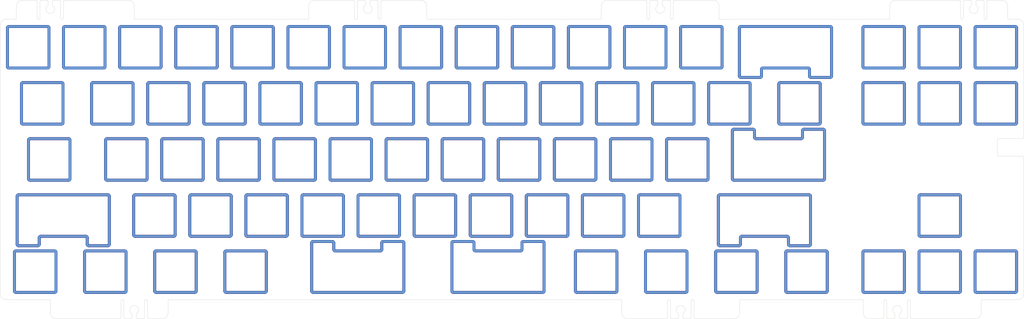
<source format=kicad_pcb>
(kicad_pcb (version 20221018) (generator pcbnew)
  (layers (0 "F.Cu" signal) (31 "B.Cu" signal) (34 "B.Paste" user) (35 "F.Paste" user) (36 "B.SilkS" user "B.Silkscreen") (37 "F.SilkS" user "F.Silkscreen") (38 "B.Mask" user) (39 "F.Mask" user) (44 "Edge.Cuts" user))
  (net 0 "")
  (footprint "lib-zegonix:MX-SW-1.25u-Plate-Cutout" (layer "F.Cu") (at 95.00625 136.2)
    (fp_text reference "MX63" hide)
    (fp_text value "Cutout")
    (fp_line (start -7.05 6.55) (end -7.05 -6.55) (stroke (width 0.1)) (layer "Edge.Cuts"))
    (fp_line (start -6.55 -7.05) (end 6.55 -7.05) (stroke (width 0.1)) (layer "Edge.Cuts"))
    (fp_line (start 6.55 7.05) (end -6.55 7.05) (stroke (width 0.1)) (layer "Edge.Cuts"))
    (fp_line (start 7.05 -6.55) (end 7.05 6.55) (stroke (width 0.1)) (layer "Edge.Cuts"))
    (fp_arc (start -7.05 -6.55) (mid -6.903553 -6.903553) (end -6.55 -7.05) (stroke (width 0.1)) (layer "Edge.Cuts"))
    (fp_arc (start -6.55 7.05) (mid -6.903553 6.903553) (end -7.05 6.55) (stroke (width 0.1)) (layer "Edge.Cuts"))
    (fp_arc (start 6.55 -7.05) (mid 6.903553 -6.903553) (end 7.05 -6.55) (stroke (width 0.1)) (layer "Edge.Cuts"))
    (fp_arc (start 7.05 6.55) (mid 6.903553 6.903553) (end 6.55 7.05) (stroke (width 0.1)) (layer "Edge.Cuts"))
  )
  (footprint "lib-zegonix:MX-SW-1u-Plate-Cutout" (layer "F.Cu") (at 249.7875 98.1)
    (fp_text reference "MX45" hide)
    (fp_text value "Cutout")
    (fp_line (start -7.05 6.55) (end -7.05 -6.55) (stroke (width 0.1)) (layer "Edge.Cuts"))
    (fp_line (start -6.55 -7.05) (end 6.55 -7.05) (stroke (width 0.1)) (layer "Edge.Cuts"))
    (fp_line (start 6.55 7.05) (end -6.55 7.05) (stroke (width 0.1)) (layer "Edge.Cuts"))
    (fp_line (start 7.05 -6.55) (end 7.05 6.55) (stroke (width 0.1)) (layer "Edge.Cuts"))
    (fp_arc (start -7.05 -6.55) (mid -6.903553 -6.903553) (end -6.55 -7.05) (stroke (width 0.1)) (layer "Edge.Cuts"))
    (fp_arc (start -6.55 7.05) (mid -6.903553 6.903553) (end -7.05 6.55) (stroke (width 0.1)) (layer "Edge.Cuts"))
    (fp_arc (start 6.55 -7.05) (mid 6.903553 -6.903553) (end 7.05 -6.55) (stroke (width 0.1)) (layer "Edge.Cuts"))
    (fp_arc (start 7.05 6.55) (mid 6.903553 6.903553) (end 6.55 7.05) (stroke (width 0.1)) (layer "Edge.Cuts"))
  )
  (footprint "lib-zegonix:MX-SW-1u-Plate-Cutout" (layer "F.Cu") (at 225.975 79.05)
    (fp_text reference "MX27" hide)
    (fp_text value "Cutout")
    (fp_line (start -7.05 6.55) (end -7.05 -6.55) (stroke (width 0.1)) (layer "Edge.Cuts"))
    (fp_line (start -6.55 -7.05) (end 6.55 -7.05) (stroke (width 0.1)) (layer "Edge.Cuts"))
    (fp_line (start 6.55 7.05) (end -6.55 7.05) (stroke (width 0.1)) (layer "Edge.Cuts"))
    (fp_line (start 7.05 -6.55) (end 7.05 6.55) (stroke (width 0.1)) (layer "Edge.Cuts"))
    (fp_arc (start -7.05 -6.55) (mid -6.903553 -6.903553) (end -6.55 -7.05) (stroke (width 0.1)) (layer "Edge.Cuts"))
    (fp_arc (start -6.55 7.05) (mid -6.903553 6.903553) (end -7.05 6.55) (stroke (width 0.1)) (layer "Edge.Cuts"))
    (fp_arc (start 6.55 -7.05) (mid 6.903553 -6.903553) (end 7.05 -6.55) (stroke (width 0.1)) (layer "Edge.Cuts"))
    (fp_arc (start 7.05 6.55) (mid 6.903553 6.903553) (end 6.55 7.05) (stroke (width 0.1)) (layer "Edge.Cuts"))
  )
  (footprint "lib-zegonix:MX-SW-1.75u-Plate-Cutout" (layer "F.Cu") (at 52.14375 98.1)
    (fp_text reference "MX35" hide)
    (fp_text value "Cutout")
    (fp_line (start -7.05 6.55) (end -7.05 -6.55) (stroke (width 0.1)) (layer "Edge.Cuts"))
    (fp_line (start -6.55 -7.05) (end 6.55 -7.05) (stroke (width 0.1)) (layer "Edge.Cuts"))
    (fp_line (start 6.55 7.05) (end -6.55 7.05) (stroke (width 0.1)) (layer "Edge.Cuts"))
    (fp_line (start 7.05 -6.55) (end 7.05 6.55) (stroke (width 0.1)) (layer "Edge.Cuts"))
    (fp_arc (start -7.05 -6.55) (mid -6.903553 -6.903553) (end -6.55 -7.05) (stroke (width 0.1)) (layer "Edge.Cuts"))
    (fp_arc (start -6.55 7.05) (mid -6.903553 6.903553) (end -7.05 6.55) (stroke (width 0.1)) (layer "Edge.Cuts"))
    (fp_arc (start 6.55 -7.05) (mid 6.903553 -6.903553) (end 7.05 -6.55) (stroke (width 0.1)) (layer "Edge.Cuts"))
    (fp_arc (start 7.05 6.55) (mid 6.903553 6.903553) (end 6.55 7.05) (stroke (width 0.1)) (layer "Edge.Cuts"))
  )
  (footprint "lib-zegonix:MX-SW-1u-Plate-Cutout" (layer "F.Cu") (at 273.6 60)
    (fp_text reference "MX13" hide)
    (fp_text value "Cutout")
    (fp_line (start -7.05 6.55) (end -7.05 -6.55) (stroke (width 0.1)) (layer "Edge.Cuts"))
    (fp_line (start -6.55 -7.05) (end 6.55 -7.05) (stroke (width 0.1)) (layer "Edge.Cuts"))
    (fp_line (start 6.55 7.05) (end -6.55 7.05) (stroke (width 0.1)) (layer "Edge.Cuts"))
    (fp_line (start 7.05 -6.55) (end 7.05 6.55) (stroke (width 0.1)) (layer "Edge.Cuts"))
    (fp_arc (start -7.05 -6.55) (mid -6.903553 -6.903553) (end -6.55 -7.05) (stroke (width 0.1)) (layer "Edge.Cuts"))
    (fp_arc (start -6.55 7.05) (mid -6.903553 6.903553) (end -7.05 6.55) (stroke (width 0.1)) (layer "Edge.Cuts"))
    (fp_arc (start 6.55 -7.05) (mid 6.903553 -6.903553) (end 7.05 -6.55) (stroke (width 0.1)) (layer "Edge.Cuts"))
    (fp_arc (start 7.05 6.55) (mid 6.903553 6.903553) (end 6.55 7.05) (stroke (width 0.1)) (layer "Edge.Cuts"))
  )
  (footprint "lib-zegonix:MX-SW-2.25u-Plate-Cutout" (layer "F.Cu") (at 56.90625 117.15)
    (fp_text reference "MX48" hide)
    (fp_text value "Cutout")
    (fp_line (start -15.65 9.75) (end -15.65 -6.55) (stroke (width 0.1)) (layer "Edge.Cuts"))
    (fp_line (start -15.15 -7.05) (end 15.15 -7.05) (stroke (width 0.1)) (layer "Edge.Cuts"))
    (fp_line (start -8.65 10.25) (end -15.15 10.25) (stroke (width 0.1)) (layer "Edge.Cuts"))
    (fp_line (start -8.15 7.55) (end -8.15 9.75) (stroke (width 0.1)) (layer "Edge.Cuts"))
    (fp_line (start 7.65 7.05) (end -7.65 7.05) (stroke (width 0.1)) (layer "Edge.Cuts"))
    (fp_line (start 8.15 7.55) (end 8.15 9.75) (stroke (width 0.1)) (layer "Edge.Cuts"))
    (fp_line (start 8.65 10.25) (end 15.15 10.25) (stroke (width 0.1)) (layer "Edge.Cuts"))
    (fp_line (start 15.65 9.75) (end 15.65 -6.55) (stroke (width 0.1)) (layer "Edge.Cuts"))
    (fp_arc (start -15.65 -6.55) (mid -15.503553 -6.903553) (end -15.15 -7.05) (stroke (width 0.1)) (layer "Edge.Cuts"))
    (fp_arc (start -15.15 10.25) (mid -15.503553 10.103553) (end -15.65 9.75) (stroke (width 0.1)) (layer "Edge.Cuts"))
    (fp_arc (start -8.15 7.55) (mid -8.003553 7.196447) (end -7.65 7.05) (stroke (width 0.1)) (layer "Edge.Cuts"))
    (fp_arc (start -8.15 9.75) (mid -8.296447 10.103553) (end -8.65 10.25) (stroke (width 0.1)) (layer "Edge.Cuts"))
    (fp_arc (start 7.65 7.05) (mid 8.003553 7.196447) (end 8.15 7.55) (stroke (width 0.1)) (layer "Edge.Cuts"))
    (fp_arc (start 8.65 10.25) (mid 8.296476 10.103524) (end 8.15 9.75) (stroke (width 0.1)) (layer "Edge.Cuts"))
    (fp_arc (start 15.15 -7.05) (mid 15.503553 -6.903553) (end 15.65 -6.55) (stroke (width 0.1)) (layer "Edge.Cuts"))
    (fp_arc (start 15.65 9.75) (mid 15.503553 10.103553) (end 15.15 10.25) (stroke (width 0.1)) (layer "Edge.Cuts"))
  )
  (footprint "lib-zegonix:MX-SW-1.5u-Plate-Cutout" (layer "F.Cu") (at 306.9375 79.05)
    (fp_text reference "MX31" hide)
    (fp_text value "Cutout")
    (fp_line (start -7.05 6.55) (end -7.05 -6.55) (stroke (width 0.1)) (layer "Edge.Cuts"))
    (fp_line (start -6.55 -7.05) (end 6.55 -7.05) (stroke (width 0.1)) (layer "Edge.Cuts"))
    (fp_line (start 6.55 7.05) (end -6.55 7.05) (stroke (width 0.1)) (layer "Edge.Cuts"))
    (fp_line (start 7.05 -6.55) (end 7.05 6.55) (stroke (width 0.1)) (layer "Edge.Cuts"))
    (fp_arc (start -7.05 -6.55) (mid -6.903553 -6.903553) (end -6.55 -7.05) (stroke (width 0.1)) (layer "Edge.Cuts"))
    (fp_arc (start -6.55 7.05) (mid -6.903553 6.903553) (end -7.05 6.55) (stroke (width 0.1)) (layer "Edge.Cuts"))
    (fp_arc (start 6.55 -7.05) (mid 6.903553 -6.903553) (end 7.05 -6.55) (stroke (width 0.1)) (layer "Edge.Cuts"))
    (fp_arc (start 7.05 6.55) (mid 6.903553 6.903553) (end 6.55 7.05) (stroke (width 0.1)) (layer "Edge.Cuts"))
  )
  (footprint "lib-zegonix:MX-SW-1u-Plate-Cutout" (layer "F.Cu") (at 78.3375 98.1)
    (fp_text reference "MX36" hide)
    (fp_text value "Cutout")
    (fp_line (start -7.05 6.55) (end -7.05 -6.55) (stroke (width 0.1)) (layer "Edge.Cuts"))
    (fp_line (start -6.55 -7.05) (end 6.55 -7.05) (stroke (width 0.1)) (layer "Edge.Cuts"))
    (fp_line (start 6.55 7.05) (end -6.55 7.05) (stroke (width 0.1)) (layer "Edge.Cuts"))
    (fp_line (start 7.05 -6.55) (end 7.05 6.55) (stroke (width 0.1)) (layer "Edge.Cuts"))
    (fp_arc (start -7.05 -6.55) (mid -6.903553 -6.903553) (end -6.55 -7.05) (stroke (width 0.1)) (layer "Edge.Cuts"))
    (fp_arc (start -6.55 7.05) (mid -6.903553 6.903553) (end -7.05 6.55) (stroke (width 0.1)) (layer "Edge.Cuts"))
    (fp_arc (start 6.55 -7.05) (mid 6.903553 -6.903553) (end 7.05 -6.55) (stroke (width 0.1)) (layer "Edge.Cuts"))
    (fp_arc (start 7.05 6.55) (mid 6.903553 6.903553) (end 6.55 7.05) (stroke (width 0.1)) (layer "Edge.Cuts"))
  )
  (footprint "lib-zegonix:MX-SW-1u-Plate-Cutout" (layer "F.Cu") (at 102.15 60)
    (fp_text reference "MX4" hide)
    (fp_text value "Cutout")
    (fp_line (start -7.05 6.55) (end -7.05 -6.55) (stroke (width 0.1)) (layer "Edge.Cuts"))
    (fp_line (start -6.55 -7.05) (end 6.55 -7.05) (stroke (width 0.1)) (layer "Edge.Cuts"))
    (fp_line (start 6.55 7.05) (end -6.55 7.05) (stroke (width 0.1)) (layer "Edge.Cuts"))
    (fp_line (start 7.05 -6.55) (end 7.05 6.55) (stroke (width 0.1)) (layer "Edge.Cuts"))
    (fp_arc (start -7.05 -6.55) (mid -6.903553 -6.903553) (end -6.55 -7.05) (stroke (width 0.1)) (layer "Edge.Cuts"))
    (fp_arc (start -6.55 7.05) (mid -6.903553 6.903553) (end -7.05 6.55) (stroke (width 0.1)) (layer "Edge.Cuts"))
    (fp_arc (start 6.55 -7.05) (mid 6.903553 -6.903553) (end 7.05 -6.55) (stroke (width 0.1)) (layer "Edge.Cuts"))
    (fp_arc (start 7.05 6.55) (mid 6.903553 6.903553) (end 6.55 7.05) (stroke (width 0.1)) (layer "Edge.Cuts"))
  )
  (footprint "lib-zegonix:MX-SW-1u-Plate-Cutout" (layer "F.Cu") (at 221.2125 117.15)
    (fp_text reference "MX56" hide)
    (fp_text value "Cutout")
    (fp_line (start -7.05 6.55) (end -7.05 -6.55) (stroke (width 0.1)) (layer "Edge.Cuts"))
    (fp_line (start -6.55 -7.05) (end 6.55 -7.05) (stroke (width 0.1)) (layer "Edge.Cuts"))
    (fp_line (start 6.55 7.05) (end -6.55 7.05) (stroke (width 0.1)) (layer "Edge.Cuts"))
    (fp_line (start 7.05 -6.55) (end 7.05 6.55) (stroke (width 0.1)) (layer "Edge.Cuts"))
    (fp_arc (start -7.05 -6.55) (mid -6.903553 -6.903553) (end -6.55 -7.05) (stroke (width 0.1)) (layer "Edge.Cuts"))
    (fp_arc (start -6.55 7.05) (mid -6.903553 6.903553) (end -7.05 6.55) (stroke (width 0.1)) (layer "Edge.Cuts"))
    (fp_arc (start 6.55 -7.05) (mid 6.903553 -6.903553) (end 7.05 -6.55) (stroke (width 0.1)) (layer "Edge.Cuts"))
    (fp_arc (start 7.05 6.55) (mid 6.903553 6.903553) (end 6.55 7.05) (stroke (width 0.1)) (layer "Edge.Cuts"))
  )
  (footprint "lib-zegonix:MX-SW-1.25u-Plate-Cutout" (layer "F.Cu") (at 309.31875 136.2)
    (fp_text reference "MX70" hide)
    (fp_text value "Cutout")
    (fp_line (start -7.05 6.55) (end -7.05 -6.55) (stroke (width 0.1)) (layer "Edge.Cuts"))
    (fp_line (start -6.55 -7.05) (end 6.55 -7.05) (stroke (width 0.1)) (layer "Edge.Cuts"))
    (fp_line (start 6.55 7.05) (end -6.55 7.05) (stroke (width 0.1)) (layer "Edge.Cuts"))
    (fp_line (start 7.05 -6.55) (end 7.05 6.55) (stroke (width 0.1)) (layer "Edge.Cuts"))
    (fp_arc (start -7.05 -6.55) (mid -6.903553 -6.903553) (end -6.55 -7.05) (stroke (width 0.1)) (layer "Edge.Cuts"))
    (fp_arc (start -6.55 7.05) (mid -6.903553 6.903553) (end -7.05 6.55) (stroke (width 0.1)) (layer "Edge.Cuts"))
    (fp_arc (start 6.55 -7.05) (mid 6.903553 -6.903553) (end 7.05 -6.55) (stroke (width 0.1)) (layer "Edge.Cuts"))
    (fp_arc (start 7.05 6.55) (mid 6.903553 6.903553) (end 6.55 7.05) (stroke (width 0.1)) (layer "Edge.Cuts"))
  )
  (footprint "lib-zegonix:MX-SW-1u-Plate-Cutout" (layer "F.Cu") (at 354.5625 136.2)
    (fp_text reference "MX72" hide)
    (fp_text value "Cutout")
    (fp_line (start -7.05 6.55) (end -7.05 -6.55) (stroke (width 0.1)) (layer "Edge.Cuts"))
    (fp_line (start -6.55 -7.05) (end 6.55 -7.05) (stroke (width 0.1)) (layer "Edge.Cuts"))
    (fp_line (start 6.55 7.05) (end -6.55 7.05) (stroke (width 0.1)) (layer "Edge.Cuts"))
    (fp_line (start 7.05 -6.55) (end 7.05 6.55) (stroke (width 0.1)) (layer "Edge.Cuts"))
    (fp_arc (start -7.05 -6.55) (mid -6.903553 -6.903553) (end -6.55 -7.05) (stroke (width 0.1)) (layer "Edge.Cuts"))
    (fp_arc (start -6.55 7.05) (mid -6.903553 6.903553) (end -7.05 6.55) (stroke (width 0.1)) (layer "Edge.Cuts"))
    (fp_arc (start 6.55 -7.05) (mid 6.903553 -6.903553) (end 7.05 -6.55) (stroke (width 0.1)) (layer "Edge.Cuts"))
    (fp_arc (start 7.05 6.55) (mid 6.903553 6.903553) (end 6.55 7.05) (stroke (width 0.1)) (layer "Edge.Cuts"))
  )
  (footprint "lib-zegonix:MX-SW-2.25u-Plate-Cutout" (layer "F.Cu") (at 204.54375 136.2 180)
    (fp_text reference "MX66" hide)
    (fp_text value "Cutout")
    (fp_line (start -15.65 9.75) (end -15.65 -6.55) (stroke (width 0.1)) (layer "Edge.Cuts"))
    (fp_line (start -15.15 -7.05) (end 15.15 -7.05) (stroke (width 0.1)) (layer "Edge.Cuts"))
    (fp_line (start -8.65 10.25) (end -15.15 10.25) (stroke (width 0.1)) (layer "Edge.Cuts"))
    (fp_line (start -8.15 7.55) (end -8.15 9.75) (stroke (width 0.1)) (layer "Edge.Cuts"))
    (fp_line (start 7.65 7.05) (end -7.65 7.05) (stroke (width 0.1)) (layer "Edge.Cuts"))
    (fp_line (start 8.15 7.55) (end 8.15 9.75) (stroke (width 0.1)) (layer "Edge.Cuts"))
    (fp_line (start 8.65 10.25) (end 15.15 10.25) (stroke (width 0.1)) (layer "Edge.Cuts"))
    (fp_line (start 15.65 9.75) (end 15.65 -6.55) (stroke (width 0.1)) (layer "Edge.Cuts"))
    (fp_arc (start -15.65 -6.55) (mid -15.503553 -6.903553) (end -15.15 -7.05) (stroke (width 0.1)) (layer "Edge.Cuts"))
    (fp_arc (start -15.15 10.25) (mid -15.503553 10.103553) (end -15.65 9.75) (stroke (width 0.1)) (layer "Edge.Cuts"))
    (fp_arc (start -8.15 7.55) (mid -8.003553 7.196447) (end -7.65 7.05) (stroke (width 0.1)) (layer "Edge.Cuts"))
    (fp_arc (start -8.15 9.75) (mid -8.296447 10.103553) (end -8.65 10.25) (stroke (width 0.1)) (layer "Edge.Cuts"))
    (fp_arc (start 7.65 7.05) (mid 8.003553 7.196447) (end 8.15 7.55) (stroke (width 0.1)) (layer "Edge.Cuts"))
    (fp_arc (start 8.65 10.25) (mid 8.296476 10.103524) (end 8.15 9.75) (stroke (width 0.1)) (layer "Edge.Cuts"))
    (fp_arc (start 15.15 -7.05) (mid 15.503553 -6.903553) (end 15.65 -6.55) (stroke (width 0.1)) (layer "Edge.Cuts"))
    (fp_arc (start 15.65 9.75) (mid 15.503553 10.103553) (end 15.15 10.25) (stroke (width 0.1)) (layer "Edge.Cuts"))
  )
  (footprint "lib-zegonix:MX-SW-1u-Plate-Cutout" (layer "F.Cu") (at 268.8375 98.1)
    (fp_text reference "MX46" hide)
    (fp_text value "Cutout")
    (fp_line (start -7.05 6.55) (end -7.05 -6.55) (stroke (width 0.1)) (layer "Edge.Cuts"))
    (fp_line (start -6.55 -7.05) (end 6.55 -7.05) (stroke (width 0.1)) (layer "Edge.Cuts"))
    (fp_line (start 6.55 7.05) (end -6.55 7.05) (stroke (width 0.1)) (layer "Edge.Cuts"))
    (fp_line (start 7.05 -6.55) (end 7.05 6.55) (stroke (width 0.1)) (layer "Edge.Cuts"))
    (fp_arc (start -7.05 -6.55) (mid -6.903553 -6.903553) (end -6.55 -7.05) (stroke (width 0.1)) (layer "Edge.Cuts"))
    (fp_arc (start -6.55 7.05) (mid -6.903553 6.903553) (end -7.05 6.55) (stroke (width 0.1)) (layer "Edge.Cuts"))
    (fp_arc (start 6.55 -7.05) (mid 6.903553 -6.903553) (end 7.05 -6.55) (stroke (width 0.1)) (layer "Edge.Cuts"))
    (fp_arc (start 7.05 6.55) (mid 6.903553 6.903553) (end 6.55 7.05) (stroke (width 0.1)) (layer "Edge.Cuts"))
  )
  (footprint "lib-zegonix:MX-SW-1u-Plate-Cutout" (layer "F.Cu") (at 87.8625 117.15)
    (fp_text reference "MX49" hide)
    (fp_text value "Cutout")
    (fp_line (start -7.05 6.55) (end -7.05 -6.55) (stroke (width 0.1)) (layer "Edge.Cuts"))
    (fp_line (start -6.55 -7.05) (end 6.55 -7.05) (stroke (width 0.1)) (layer "Edge.Cuts"))
    (fp_line (start 6.55 7.05) (end -6.55 7.05) (stroke (width 0.1)) (layer "Edge.Cuts"))
    (fp_line (start 7.05 -6.55) (end 7.05 6.55) (stroke (width 0.1)) (layer "Edge.Cuts"))
    (fp_arc (start -7.05 -6.55) (mid -6.903553 -6.903553) (end -6.55 -7.05) (stroke (width 0.1)) (layer "Edge.Cuts"))
    (fp_arc (start -6.55 7.05) (mid -6.903553 6.903553) (end -7.05 6.55) (stroke (width 0.1)) (layer "Edge.Cuts"))
    (fp_arc (start 6.55 -7.05) (mid 6.903553 -6.903553) (end 7.05 -6.55) (stroke (width 0.1)) (layer "Edge.Cuts"))
    (fp_arc (start 7.05 6.55) (mid 6.903553 6.903553) (end 6.55 7.05) (stroke (width 0.1)) (layer "Edge.Cuts"))
  )
  (footprint "lib-zegonix:MX-SW-1u-Plate-Cutout" (layer "F.Cu") (at 83.1 60)
    (fp_text reference "MX3" hide)
    (fp_text value "Cutout")
    (fp_line (start -7.05 6.55) (end -7.05 -6.55) (stroke (width 0.1)) (layer "Edge.Cuts"))
    (fp_line (start -6.55 -7.05) (end 6.55 -7.05) (stroke (width 0.1)) (layer "Edge.Cuts"))
    (fp_line (start 6.55 7.05) (end -6.55 7.05) (stroke (width 0.1)) (layer "Edge.Cuts"))
    (fp_line (start 7.05 -6.55) (end 7.05 6.55) (stroke (width 0.1)) (layer "Edge.Cuts"))
    (fp_arc (start -7.05 -6.55) (mid -6.903553 -6.903553) (end -6.55 -7.05) (stroke (width 0.1)) (layer "Edge.Cuts"))
    (fp_arc (start -6.55 7.05) (mid -6.903553 6.903553) (end -7.05 6.55) (stroke (width 0.1)) (layer "Edge.Cuts"))
    (fp_arc (start 6.55 -7.05) (mid 6.903553 -6.903553) (end 7.05 -6.55) (stroke (width 0.1)) (layer "Edge.Cuts"))
    (fp_arc (start 7.05 6.55) (mid 6.903553 6.903553) (end 6.55 7.05) (stroke (width 0.1)) (layer "Edge.Cuts"))
  )
  (footprint "lib-zegonix:MX-SW-1u-Plate-Cutout" (layer "F.Cu") (at 183.1125 117.15)
    (fp_text reference "MX54" hide)
    (fp_text value "Cutout")
    (fp_line (start -7.05 6.55) (end -7.05 -6.55) (stroke (width 0.1)) (layer "Edge.Cuts"))
    (fp_line (start -6.55 -7.05) (end 6.55 -7.05) (stroke (width 0.1)) (layer "Edge.Cuts"))
    (fp_line (start 6.55 7.05) (end -6.55 7.05) (stroke (width 0.1)) (layer "Edge.Cuts"))
    (fp_line (start 7.05 -6.55) (end 7.05 6.55) (stroke (width 0.1)) (layer "Edge.Cuts"))
    (fp_arc (start -7.05 -6.55) (mid -6.903553 -6.903553) (end -6.55 -7.05) (stroke (width 0.1)) (layer "Edge.Cuts"))
    (fp_arc (start -6.55 7.05) (mid -6.903553 6.903553) (end -7.05 6.55) (stroke (width 0.1)) (layer "Edge.Cuts"))
    (fp_arc (start 6.55 -7.05) (mid 6.903553 -6.903553) (end 7.05 -6.55) (stroke (width 0.1)) (layer "Edge.Cuts"))
    (fp_arc (start 7.05 6.55) (mid 6.903553 6.903553) (end 6.55 7.05) (stroke (width 0.1)) (layer "Edge.Cuts"))
  )
  (footprint "lib-zegonix:MX-SW-1u-Plate-Cutout" (layer "F.Cu") (at 116.4375 98.1)
    (fp_text reference "MX38" hide)
    (fp_text value "Cutout")
    (fp_line (start -7.05 6.55) (end -7.05 -6.55) (stroke (width 0.1)) (layer "Edge.Cuts"))
    (fp_line (start -6.55 -7.05) (end 6.55 -7.05) (stroke (width 0.1)) (layer "Edge.Cuts"))
    (fp_line (start 6.55 7.05) (end -6.55 7.05) (stroke (width 0.1)) (layer "Edge.Cuts"))
    (fp_line (start 7.05 -6.55) (end 7.05 6.55) (stroke (width 0.1)) (layer "Edge.Cuts"))
    (fp_arc (start -7.05 -6.55) (mid -6.903553 -6.903553) (end -6.55 -7.05) (stroke (width 0.1)) (layer "Edge.Cuts"))
    (fp_arc (start -6.55 7.05) (mid -6.903553 6.903553) (end -7.05 6.55) (stroke (width 0.1)) (layer "Edge.Cuts"))
    (fp_arc (start 6.55 -7.05) (mid 6.903553 -6.903553) (end 7.05 -6.55) (stroke (width 0.1)) (layer "Edge.Cuts"))
    (fp_arc (start 7.05 6.55) (mid 6.903553 6.903553) (end 6.55 7.05) (stroke (width 0.1)) (layer "Edge.Cuts"))
  )
  (footprint "lib-zegonix:MX-SW-1u-Plate-Cutout" (layer "F.Cu") (at 187.875 79.05)
    (fp_text reference "MX25" hide)
    (fp_text value "Cutout")
    (fp_line (start -7.05 6.55) (end -7.05 -6.55) (stroke (width 0.1)) (layer "Edge.Cuts"))
    (fp_line (start -6.55 -7.05) (end 6.55 -7.05) (stroke (width 0.1)) (layer "Edge.Cuts"))
    (fp_line (start 6.55 7.05) (end -6.55 7.05) (stroke (width 0.1)) (layer "Edge.Cuts"))
    (fp_line (start 7.05 -6.55) (end 7.05 6.55) (stroke (width 0.1)) (layer "Edge.Cuts"))
    (fp_arc (start -7.05 -6.55) (mid -6.903553 -6.903553) (end -6.55 -7.05) (stroke (width 0.1)) (layer "Edge.Cuts"))
    (fp_arc (start -6.55 7.05) (mid -6.903553 6.903553) (end -7.05 6.55) (stroke (width 0.1)) (layer "Edge.Cuts"))
    (fp_arc (start 6.55 -7.05) (mid 6.903553 -6.903553) (end 7.05 -6.55) (stroke (width 0.1)) (layer "Edge.Cuts"))
    (fp_arc (start 7.05 6.55) (mid 6.903553 6.903553) (end 6.55 7.05) (stroke (width 0.1)) (layer "Edge.Cuts"))
  )
  (footprint "lib-zegonix:MX-SW-1u-Plate-Cutout" (layer "F.Cu") (at 206.925 79.05)
    (fp_text reference "MX26" hide)
    (fp_text value "Cutout")
    (fp_line (start -7.05 6.55) (end -7.05 -6.55) (stroke (width 0.1)) (layer "Edge.Cuts"))
    (fp_line (start -6.55 -7.05) (end 6.55 -7.05) (stroke (width 0.1)) (layer "Edge.Cuts"))
    (fp_line (start 6.55 7.05) (end -6.55 7.05) (stroke (width 0.1)) (layer "Edge.Cuts"))
    (fp_line (start 7.05 -6.55) (end 7.05 6.55) (stroke (width 0.1)) (layer "Edge.Cuts"))
    (fp_arc (start -7.05 -6.55) (mid -6.903553 -6.903553) (end -6.55 -7.05) (stroke (width 0.1)) (layer "Edge.Cuts"))
    (fp_arc (start -6.55 7.05) (mid -6.903553 6.903553) (end -7.05 6.55) (stroke (width 0.1)) (layer "Edge.Cuts"))
    (fp_arc (start 6.55 -7.05) (mid 6.903553 -6.903553) (end 7.05 -6.55) (stroke (width 0.1)) (layer "Edge.Cuts"))
    (fp_arc (start 7.05 6.55) (mid 6.903553 6.903553) (end 6.55 7.05) (stroke (width 0.1)) (layer "Edge.Cuts"))
  )
  (footprint "lib-zegonix:MX-SW-1u-Plate-Cutout" (layer "F.Cu") (at 335.5125 136.2)
    (fp_text reference "MX71" hide)
    (fp_text value "Cutout")
    (fp_line (start -7.05 6.55) (end -7.05 -6.55) (stroke (width 0.1)) (layer "Edge.Cuts"))
    (fp_line (start -6.55 -7.05) (end 6.55 -7.05) (stroke (width 0.1)) (layer "Edge.Cuts"))
    (fp_line (start 6.55 7.05) (end -6.55 7.05) (stroke (width 0.1)) (layer "Edge.Cuts"))
    (fp_line (start 7.05 -6.55) (end 7.05 6.55) (stroke (width 0.1)) (layer "Edge.Cuts"))
    (fp_arc (start -7.05 -6.55) (mid -6.903553 -6.903553) (end -6.55 -7.05) (stroke (width 0.1)) (layer "Edge.Cuts"))
    (fp_arc (start -6.55 7.05) (mid -6.903553 6.903553) (end -7.05 6.55) (stroke (width 0.1)) (layer "Edge.Cuts"))
    (fp_arc (start 6.55 -7.05) (mid 6.903553 -6.903553) (end 7.05 -6.55) (stroke (width 0.1)) (layer "Edge.Cuts"))
    (fp_arc (start 7.05 6.55) (mid 6.903553 6.903553) (end 6.55 7.05) (stroke (width 0.1)) (layer "Edge.Cuts"))
  )
  (footprint "lib-zegonix:MX-SW-1.25u-Plate-Cutout" (layer "F.Cu") (at 237.88125 136.2)
    (fp_text reference "MX67" hide)
    (fp_text value "Cutout")
    (fp_line (start -7.05 6.55) (end -7.05 -6.55) (stroke (width 0.1)) (layer "Edge.Cuts"))
    (fp_line (start -6.55 -7.05) (end 6.55 -7.05) (stroke (width 0.1)) (layer "Edge.Cuts"))
    (fp_line (start 6.55 7.05) (end -6.55 7.05) (stroke (width 0.1)) (layer "Edge.Cuts"))
    (fp_line (start 7.05 -6.55) (end 7.05 6.55) (stroke (width 0.1)) (layer "Edge.Cuts"))
    (fp_arc (start -7.05 -6.55) (mid -6.903553 -6.903553) (end -6.55 -7.05) (stroke (width 0.1)) (layer "Edge.Cuts"))
    (fp_arc (start -6.55 7.05) (mid -6.903553 6.903553) (end -7.05 6.55) (stroke (width 0.1)) (layer "Edge.Cuts"))
    (fp_arc (start 6.55 -7.05) (mid 6.903553 -6.903553) (end 7.05 -6.55) (stroke (width 0.1)) (layer "Edge.Cuts"))
    (fp_arc (start 7.05 6.55) (mid 6.903553 6.903553) (end 6.55 7.05) (stroke (width 0.1)) (layer "Edge.Cuts"))
  )
  (footprint "lib-zegonix:MX-SW-1u-Plate-Cutout" (layer "F.Cu") (at 259.3125 117.15)
    (fp_text reference "MX58" hide)
    (fp_text value "Cutout")
    (fp_line (start -7.05 6.55) (end -7.05 -6.55) (stroke (width 0.1)) (layer "Edge.Cuts"))
    (fp_line (start -6.55 -7.05) (end 6.55 -7.05) (stroke (width 0.1)) (layer "Edge.Cuts"))
    (fp_line (start 6.55 7.05) (end -6.55 7.05) (stroke (width 0.1)) (layer "Edge.Cuts"))
    (fp_line (start 7.05 -6.55) (end 7.05 6.55) (stroke (width 0.1)) (layer "Edge.Cuts"))
    (fp_arc (start -7.05 -6.55) (mid -6.903553 -6.903553) (end -6.55 -7.05) (stroke (width 0.1)) (layer "Edge.Cuts"))
    (fp_arc (start -6.55 7.05) (mid -6.903553 6.903553) (end -7.05 6.55) (stroke (width 0.1)) (layer "Edge.Cuts"))
    (fp_arc (start 6.55 -7.05) (mid 6.903553 -6.903553) (end 7.05 -6.55) (stroke (width 0.1)) (layer "Edge.Cuts"))
    (fp_arc (start 7.05 6.55) (mid 6.903553 6.903553) (end 6.55 7.05) (stroke (width 0.1)) (layer "Edge.Cuts"))
  )
  (footprint "lib-zegonix:MX-SW-2.25u-Plate-Cutout" (layer "F.Cu") (at 299.79375 98.1 180)
    (fp_text reference "MX47" hide)
    (fp_text value "Cutout")
    (fp_line (start -15.65 9.75) (end -15.65 -6.55) (stroke (width 0.1)) (layer "Edge.Cuts"))
    (fp_line (start -15.15 -7.05) (end 15.15 -7.05) (stroke (width 0.1)) (layer "Edge.Cuts"))
    (fp_line (start -8.65 10.25) (end -15.15 10.25) (stroke (width 0.1)) (layer "Edge.Cuts"))
    (fp_line (start -8.15 7.55) (end -8.15 9.75) (stroke (width 0.1)) (layer "Edge.Cuts"))
    (fp_line (start 7.65 7.05) (end -7.65 7.05) (stroke (width 0.1)) (layer "Edge.Cuts"))
    (fp_line (start 8.15 7.55) (end 8.15 9.75) (stroke (width 0.1)) (layer "Edge.Cuts"))
    (fp_line (start 8.65 10.25) (end 15.15 10.25) (stroke (width 0.1)) (layer "Edge.Cuts"))
    (fp_line (start 15.65 9.75) (end 15.65 -6.55) (stroke (width 0.1)) (layer "Edge.Cuts"))
    (fp_arc (start -15.65 -6.55) (mid -15.503553 -6.903553) (end -15.15 -7.05) (stroke (width 0.1)) (layer "Edge.Cuts"))
    (fp_arc (start -15.15 10.25) (mid -15.503553 10.103553) (end -15.65 9.75) (stroke (width 0.1)) (layer "Edge.Cuts"))
    (fp_arc (start -8.15 7.55) (mid -8.003553 7.196447) (end -7.65 7.05) (stroke (width 0.1)) (layer "Edge.Cuts"))
    (fp_arc (start -8.15 9.75) (mid -8.296447 10.103553) (end -8.65 10.25) (stroke (width 0.1)) (layer "Edge.Cuts"))
    (fp_arc (start 7.65 7.05) (mid 8.003553 7.196447) (end 8.15 7.55) (stroke (width 0.1)) (layer "Edge.Cuts"))
    (fp_arc (start 8.65 10.25) (mid 8.296476 10.103524) (end 8.15 9.75) (stroke (width 0.1)) (layer "Edge.Cuts"))
    (fp_arc (start 15.15 -7.05) (mid 15.503553 -6.903553) (end 15.65 -6.55) (stroke (width 0.1)) (layer "Edge.Cuts"))
    (fp_arc (start 15.65 9.75) (mid 15.503553 10.103553) (end 15.15 10.25) (stroke (width 0.1)) (layer "Edge.Cuts"))
  )
  (footprint "lib-zegonix:MX-SW-1u-Plate-Cutout" (layer "F.Cu") (at 230.7375 98.1)
    (fp_text reference "MX44" hide)
    (fp_text value "Cutout")
    (fp_line (start -7.05 6.55) (end -7.05 -6.55) (stroke (width 0.1)) (layer "Edge.Cuts"))
    (fp_line (start -6.55 -7.05) (end 6.55 -7.05) (stroke (width 0.1)) (layer "Edge.Cuts"))
    (fp_line (start 6.55 7.05) (end -6.55 7.05) (stroke (width 0.1)) (layer "Edge.Cuts"))
    (fp_line (start 7.05 -6.55) (end 7.05 6.55) (stroke (width 0.1)) (layer "Edge.Cuts"))
    (fp_arc (start -7.05 -6.55) (mid -6.903553 -6.903553) (end -6.55 -7.05) (stroke (width 0.1)) (layer "Edge.Cuts"))
    (fp_arc (start -6.55 7.05) (mid -6.903553 6.903553) (end -7.05 6.55) (stroke (width 0.1)) (layer "Edge.Cuts"))
    (fp_arc (start 6.55 -7.05) (mid 6.903553 -6.903553) (end 7.05 -6.55) (stroke (width 0.1)) (layer "Edge.Cuts"))
    (fp_arc (start 7.05 6.55) (mid 6.903553 6.903553) (end 6.55 7.05) (stroke (width 0.1)) (layer "Edge.Cuts"))
  )
  (footprint "lib-zegonix:MX-SW-1u-Plate-Cutout" (layer "F.Cu") (at 264.075 79.05)
    (fp_text reference "MX29" hide)
    (fp_text value "Cutout")
    (fp_line (start -7.05 6.55) (end -7.05 -6.55) (stroke (width 0.1)) (layer "Edge.Cuts"))
    (fp_line (start -6.55 -7.05) (end 6.55 -7.05) (stroke (width 0.1)) (layer "Edge.Cuts"))
    (fp_line (start 6.55 7.05) (end -6.55 7.05) (stroke (width 0.1)) (layer "Edge.Cuts"))
    (fp_line (start 7.05 -6.55) (end 7.05 6.55) (stroke (width 0.1)) (layer "Edge.Cuts"))
    (fp_arc (start -7.05 -6.55) (mid -6.903553 -6.903553) (end -6.55 -7.05) (stroke (width 0.1)) (layer "Edge.Cuts"))
    (fp_arc (start -6.55 7.05) (mid -6.903553 6.903553) (end -7.05 6.55) (stroke (width 0.1)) (layer "Edge.Cuts"))
    (fp_arc (start 6.55 -7.05) (mid 6.903553 -6.903553) (end 7.05 -6.55) (stroke (width 0.1)) (layer "Edge.Cuts"))
    (fp_arc (start 7.05 6.55) (mid 6.903553 6.903553) (end 6.55 7.05) (stroke (width 0.1)) (layer "Edge.Cuts"))
  )
  (footprint "lib-zegonix:MX-SW-1u-Plate-Cutout" (layer "F.Cu") (at 335.5125 60)
    (fp_text reference "MX15" hide)
    (fp_text value "Cutout")
    (fp_line (start -7.05 6.55) (end -7.05 -6.55) (stroke (width 0.1)) (layer "Edge.Cuts"))
    (fp_line (start -6.55 -7.05) (end 6.55 -7.05) (stroke (width 0.1)) (layer "Edge.Cuts"))
    (fp_line (start 6.55 7.05) (end -6.55 7.05) (stroke (width 0.1)) (layer "Edge.Cuts"))
    (fp_line (start 7.05 -6.55) (end 7.05 6.55) (stroke (width 0.1)) (layer "Edge.Cuts"))
    (fp_arc (start -7.05 -6.55) (mid -6.903553 -6.903553) (end -6.55 -7.05) (stroke (width 0.1)) (layer "Edge.Cuts"))
    (fp_arc (start -6.55 7.05) (mid -6.903553 6.903553) (end -7.05 6.55) (stroke (width 0.1)) (layer "Edge.Cuts"))
    (fp_arc (start 6.55 -7.05) (mid 6.903553 -6.903553) (end 7.05 -6.55) (stroke (width 0.1)) (layer "Edge.Cuts"))
    (fp_arc (start 7.05 6.55) (mid 6.903553 6.903553) (end 6.55 7.05) (stroke (width 0.1)) (layer "Edge.Cuts"))
  )
  (footprint "lib-zegonix:MX-SW-1u-Plate-Cutout" (layer "F.Cu") (at 154.5375 98.1)
    (fp_text reference "MX40" hide)
    (fp_text value "Cutout")
    (fp_line (start -7.05 6.55) (end -7.05 -6.55) (stroke (width 0.1)) (layer "Edge.Cuts"))
    (fp_line (start -6.55 -7.05) (end 6.55 -7.05) (stroke (width 0.1)) (layer "Edge.Cuts"))
    (fp_line (start 6.55 7.05) (end -6.55 7.05) (stroke (width 0.1)) (layer "Edge.Cuts"))
    (fp_line (start 7.05 -6.55) (end 7.05 6.55) (stroke (width 0.1)) (layer "Edge.Cuts"))
    (fp_arc (start -7.05 -6.55) (mid -6.903553 -6.903553) (end -6.55 -7.05) (stroke (width 0.1)) (layer "Edge.Cuts"))
    (fp_arc (start -6.55 7.05) (mid -6.903553 6.903553) (end -7.05 6.55) (stroke (width 0.1)) (layer "Edge.Cuts"))
    (fp_arc (start 6.55 -7.05) (mid 6.903553 -6.903553) (end 7.05 -6.55) (stroke (width 0.1)) (layer "Edge.Cuts"))
    (fp_arc (start 7.05 6.55) (mid 6.903553 6.903553) (end 6.55 7.05) (stroke (width 0.1)) (layer "Edge.Cuts"))
  )
  (footprint "lib-zegonix:MX-SW-1.5u-Plate-Cutout" (layer "F.Cu") (at 49.7625 79.05)
    (fp_text reference "MX18" hide)
    (fp_text value "Cutout")
    (fp_line (start -7.05 6.55) (end -7.05 -6.55) (stroke (width 0.1)) (layer "Edge.Cuts"))
    (fp_line (start -6.55 -7.05) (end 6.55 -7.05) (stroke (width 0.1)) (layer "Edge.Cuts"))
    (fp_line (start 6.55 7.05) (end -6.55 7.05) (stroke (width 0.1)) (layer "Edge.Cuts"))
    (fp_line (start 7.05 -6.55) (end 7.05 6.55) (stroke (width 0.1)) (layer "Edge.Cuts"))
    (fp_arc (start -7.05 -6.55) (mid -6.903553 -6.903553) (end -6.55 -7.05) (stroke (width 0.1)) (layer "Edge.Cuts"))
    (fp_arc (start -6.55 7.05) (mid -6.903553 6.903553) (end -7.05 6.55) (stroke (width 0.1)) (layer "Edge.Cuts"))
    (fp_arc (start 6.55 -7.05) (mid 6.903553 -6.903553) (end 7.05 -6.55) (stroke (width 0.1)) (layer "Edge.Cuts"))
    (fp_arc (start 7.05 6.55) (mid 6.903553 6.903553) (end 6.55 7.05) (stroke (width 0.1)) (layer "Edge.Cuts"))
  )
  (footprint "lib-zegonix:MX-SW-1u-Plate-Cutout" (layer "F.Cu") (at 202.1625 117.15)
    (fp_text reference "MX55" hide)
    (fp_text value "Cutout")
    (fp_line (start -7.05 6.55) (end -7.05 -6.55) (stroke (width 0.1)) (layer "Edge.Cuts"))
    (fp_line (start -6.55 -7.05) (end 6.55 -7.05) (stroke (width 0.1)) (layer "Edge.Cuts"))
    (fp_line (start 6.55 7.05) (end -6.55 7.05) (stroke (width 0.1)) (layer "Edge.Cuts"))
    (fp_line (start 7.05 -6.55) (end 7.05 6.55) (stroke (width 0.1)) (layer "Edge.Cuts"))
    (fp_arc (start -7.05 -6.55) (mid -6.903553 -6.903553) (end -6.55 -7.05) (stroke (width 0.1)) (layer "Edge.Cuts"))
    (fp_arc (start -6.55 7.05) (mid -6.903553 6.903553) (end -7.05 6.55) (stroke (width 0.1)) (layer "Edge.Cuts"))
    (fp_arc (start 6.55 -7.05) (mid 6.903553 -6.903553) (end 7.05 -6.55) (stroke (width 0.1)) (layer "Edge.Cuts"))
    (fp_arc (start 7.05 6.55) (mid 6.903553 6.903553) (end 6.55 7.05) (stroke (width 0.1)) (layer "Edge.Cuts"))
  )
  (footprint "lib-zegonix:MX-SW-1.25u-Plate-Cutout" (layer "F.Cu") (at 285.50625 136.2)
    (fp_text reference "MX69" hide)
    (fp_text value "Cutout")
    (fp_line (start -7.05 6.55) (end -7.05 -6.55) (stroke (width 0.1)) (layer "Edge.Cuts"))
    (fp_line (start -6.55 -7.05) (end 6.55 -7.05) (stroke (width 0.1)) (layer "Edge.Cuts"))
    (fp_line (start 6.55 7.05) (end -6.55 7.05) (stroke (width 0.1)) (layer "Edge.Cuts"))
    (fp_line (start 7.05 -6.55) (end 7.05 6.55) (stroke (width 0.1)) (layer "Edge.Cuts"))
    (fp_arc (start -7.05 -6.55) (mid -6.903553 -6.903553) (end -6.55 -7.05) (stroke (width 0.1)) (layer "Edge.Cuts"))
    (fp_arc (start -6.55 7.05) (mid -6.903553 6.903553) (end -7.05 6.55) (stroke (width 0.1)) (layer "Edge.Cuts"))
    (fp_arc (start 6.55 -7.05) (mid 6.903553 -6.903553) (end 7.05 -6.55) (stroke (width 0.1)) (layer "Edge.Cuts"))
    (fp_arc (start 7.05 6.55) (mid 6.903553 6.903553) (end 6.55 7.05) (stroke (width 0.1)) (layer "Edge.Cuts"))
  )
  (footprint "lib-zegonix:MX-SW-1u-Plate-Cutout" (layer "F.Cu") (at 145.0125 117.15)
    (fp_text reference "MX52" hide)
    (fp_text value "Cutout")
    (fp_line (start -7.05 6.55) (end -7.05 -6.55) (stroke (width 0.1)) (layer "Edge.Cuts"))
    (fp_line (start -6.55 -7.05) (end 6.55 -7.05) (stroke (width 0.1)) (layer "Edge.Cuts"))
    (fp_line (start 6.55 7.05) (end -6.55 7.05) (stroke (width 0.1)) (layer "Edge.Cuts"))
    (fp_line (start 7.05 -6.55) (end 7.05 6.55) (stroke (width 0.1)) (layer "Edge.Cuts"))
    (fp_arc (start -7.05 -6.55) (mid -6.903553 -6.903553) (end -6.55 -7.05) (stroke (width 0.1)) (layer "Edge.Cuts"))
    (fp_arc (start -6.55 7.05) (mid -6.903553 6.903553) (end -7.05 6.55) (stroke (width 0.1)) (layer "Edge.Cuts"))
    (fp_arc (start 6.55 -7.05) (mid 6.903553 -6.903553) (end 7.05 -6.55) (stroke (width 0.1)) (layer "Edge.Cuts"))
    (fp_arc (start 7.05 6.55) (mid 6.903553 6.903553) (end 6.55 7.05) (stroke (width 0.1)) (layer "Edge.Cuts"))
  )
  (footprint "lib-zegonix:MX-SW-1u-Plate-Cutout" (layer "F.Cu") (at 211.6875 98.1)
    (fp_text reference "MX43" hide)
    (fp_text value "Cutout")
    (fp_line (start -7.05 6.55) (end -7.05 -6.55) (stroke (width 0.1)) (layer "Edge.Cuts"))
    (fp_line (start -6.55 -7.05) (end 6.55 -7.05) (stroke (width 0.1)) (layer "Edge.Cuts"))
    (fp_line (start 6.55 7.05) (end -6.55 7.05) (stroke (width 0.1)) (layer "Edge.Cuts"))
    (fp_line (start 7.05 -6.55) (end 7.05 6.55) (stroke (width 0.1)) (layer "Edge.Cuts"))
    (fp_arc (start -7.05 -6.55) (mid -6.903553 -6.903553) (end -6.55 -7.05) (stroke (width 0.1)) (layer "Edge.Cuts"))
    (fp_arc (start -6.55 7.05) (mid -6.903553 6.903553) (end -7.05 6.55) (stroke (width 0.1)) (layer "Edge.Cuts"))
    (fp_arc (start 6.55 -7.05) (mid 6.903553 -6.903553) (end 7.05 -6.55) (stroke (width 0.1)) (layer "Edge.Cuts"))
    (fp_arc (start 7.05 6.55) (mid 6.903553 6.903553) (end 6.55 7.05) (stroke (width 0.1)) (layer "Edge.Cuts"))
  )
  (footprint "lib-zegonix:MX-SW-1u-Plate-Cutout" (layer "F.Cu") (at 354.5625 79.05)
    (fp_text reference "MX33" hide)
    (fp_text value "Cutout")
    (fp_line (start -7.05 6.55) (end -7.05 -6.55) (stroke (width 0.1)) (layer "Edge.Cuts"))
    (fp_line (start -6.55 -7.05) (end 6.55 -7.05) (stroke (width 0.1)) (layer "Edge.Cuts"))
    (fp_line (start 6.55 7.05) (end -6.55 7.05) (stroke (width 0.1)) (layer "Edge.Cuts"))
    (fp_line (start 7.05 -6.55) (end 7.05 6.55) (stroke (width 0.1)) (layer "Edge.Cuts"))
    (fp_arc (start -7.05 -6.55) (mid -6.903553 -6.903553) (end -6.55 -7.05) (stroke (width 0.1)) (layer "Edge.Cuts"))
    (fp_arc (start -6.55 7.05) (mid -6.903553 6.903553) (end -7.05 6.55) (stroke (width 0.1)) (layer "Edge.Cuts"))
    (fp_arc (start 6.55 -7.05) (mid 6.903553 -6.903553) (end 7.05 -6.55) (stroke (width 0.1)) (layer "Edge.Cuts"))
    (fp_arc (start 7.05 6.55) (mid 6.903553 6.903553) (end 6.55 7.05) (stroke (width 0.1)) (layer "Edge.Cuts"))
  )
  (footprint "lib-zegonix:MX-SW-1u-Plate-Cutout" (layer "F.Cu") (at 159.3 60)
    (fp_text reference "MX7" hide)
    (fp_text value "Cutout")
    (fp_line (start -7.05 6.55) (end -7.05 -6.55) (stroke (width 0.1)) (layer "Edge.Cuts"))
    (fp_line (start -6.55 -7.05) (end 6.55 -7.05) (stroke (width 0.1)) (layer "Edge.Cuts"))
    (fp_line (start 6.55 7.05) (end -6.55 7.05) (stroke (width 0.1)) (layer "Edge.Cuts"))
    (fp_line (start 7.05 -6.55) (end 7.05 6.55) (stroke (width 0.1)) (layer "Edge.Cuts"))
    (fp_arc (start -7.05 -6.55) (mid -6.903553 -6.903553) (end -6.55 -7.05) (stroke (width 0.1)) (layer "Edge.Cuts"))
    (fp_arc (start -6.55 7.05) (mid -6.903553 6.903553) (end -7.05 6.55) (stroke (width 0.1)) (layer "Edge.Cuts"))
    (fp_arc (start 6.55 -7.05) (mid 6.903553 -6.903553) (end 7.05 -6.55) (stroke (width 0.1)) (layer "Edge.Cuts"))
    (fp_arc (start 7.05 6.55) (mid 6.903553 6.903553) (end 6.55 7.05) (stroke (width 0.1)) (layer "Edge.Cuts"))
  )
  (footprint "lib-zegonix:MX-SW-1u-Plate-Cutout" (layer "F.Cu") (at 149.775 79.05)
    (fp_text reference "MX23" hide)
    (fp_text value "Cutout")
    (fp_line (start -7.05 6.55) (end -7.05 -6.55) (stroke (width 0.1)) (layer "Edge.Cuts"))
    (fp_line (start -6.55 -7.05) (end 6.55 -7.05) (stroke (width 0.1)) (layer "Edge.Cuts"))
    (fp_line (start 6.55 7.05) (end -6.55 7.05) (stroke (width 0.1)) (layer "Edge.Cuts"))
    (fp_line (start 7.05 -6.55) (end 7.05 6.55) (stroke (width 0.1)) (layer "Edge.Cuts"))
    (fp_arc (start -7.05 -6.55) (mid -6.903553 -6.903553) (end -6.55 -7.05) (stroke (width 0.1)) (layer "Edge.Cuts"))
    (fp_arc (start -6.55 7.05) (mid -6.903553 6.903553) (end -7.05 6.55) (stroke (width 0.1)) (layer "Edge.Cuts"))
    (fp_arc (start 6.55 -7.05) (mid 6.903553 -6.903553) (end 7.05 -6.55) (stroke (width 0.1)) (layer "Edge.Cuts"))
    (fp_arc (start 7.05 6.55) (mid 6.903553 6.903553) (end 6.55 7.05) (stroke (width 0.1)) (layer "Edge.Cuts"))
  )
  (footprint "lib-zegonix:MX-SW-1u-Plate-Cutout" (layer "F.Cu") (at 97.3875 98.1)
    (fp_text reference "MX37" hide)
    (fp_text value "Cutout")
    (fp_line (start -7.05 6.55) (end -7.05 -6.55) (stroke (width 0.1)) (layer "Edge.Cuts"))
    (fp_line (start -6.55 -7.05) (end 6.55 -7.05) (stroke (width 0.1)) (layer "Edge.Cuts"))
    (fp_line (start 6.55 7.05) (end -6.55 7.05) (stroke (width 0.1)) (layer "Edge.Cuts"))
    (fp_line (start 7.05 -6.55) (end 7.05 6.55) (stroke (width 0.1)) (layer "Edge.Cuts"))
    (fp_arc (start -7.05 -6.55) (mid -6.903553 -6.903553) (end -6.55 -7.05) (stroke (width 0.1)) (layer "Edge.Cuts"))
    (fp_arc (start -6.55 7.05) (mid -6.903553 6.903553) (end -7.05 6.55) (stroke (width 0.1)) (layer "Edge.Cuts"))
    (fp_arc (start 6.55 -7.05) (mid 6.903553 -6.903553) (end 7.05 -6.55) (stroke (width 0.1)) (layer "Edge.Cuts"))
    (fp_arc (start 7.05 6.55) (mid 6.903553 6.903553) (end 6.55 7.05) (stroke (width 0.1)) (layer "Edge.Cuts"))
  )
  (footprint "lib-zegonix:MX-SW-1u-Plate-Cutout" (layer "F.Cu") (at 178.35 60)
    (fp_text reference "MX8" hide)
    (fp_text value "Cutout")
    (fp_line (start -7.05 6.55) (end -7.05 -6.55) (stroke (width 0.1)) (layer "Edge.Cuts"))
    (fp_line (start -6.55 -7.05) (end 6.55 -7.05) (stroke (width 0.1)) (layer "Edge.Cuts"))
    (fp_line (start 6.55 7.05) (end -6.55 7.05) (stroke (width 0.1)) (layer "Edge.Cuts"))
    (fp_line (start 7.05 -6.55) (end 7.05 6.55) (stroke (width 0.1)) (layer "Edge.Cuts"))
    (fp_arc (start -7.05 -6.55) (mid -6.903553 -6.903553) (end -6.55 -7.05) (stroke (width 0.1)) (layer "Edge.Cuts"))
    (fp_arc (start -6.55 7.05) (mid -6.903553 6.903553) (end -7.05 6.55) (stroke (width 0.1)) (layer "Edge.Cuts"))
    (fp_arc (start 6.55 -7.05) (mid 6.903553 -6.903553) (end 7.05 -6.55) (stroke (width 0.1)) (layer "Edge.Cuts"))
    (fp_arc (start 7.05 6.55) (mid 6.903553 6.903553) (end 6.55 7.05) (stroke (width 0.1)) (layer "Edge.Cuts"))
  )
  (footprint "lib-zegonix:MX-SW-1u-Plate-Cutout" (layer "F.Cu") (at 373.6125 136.2)
    (fp_text reference "MX73" hide)
    (fp_text value "Cutout")
    (fp_line (start -7.05 6.55) (end -7.05 -6.55) (stroke (width 0.1)) (layer "Edge.Cuts"))
    (fp_line (start -6.55 -7.05) (end 6.55 -7.05) (stroke (width 0.1)) (layer "Edge.Cuts"))
    (fp_line (start 6.55 7.05) (end -6.55 7.05) (stroke (width 0.1)) (layer "Edge.Cuts"))
    (fp_line (start 7.05 -6.55) (end 7.05 6.55) (stroke (width 0.1)) (layer "Edge.Cuts"))
    (fp_arc (start -7.05 -6.55) (mid -6.903553 -6.903553) (end -6.55 -7.05) (stroke (width 0.1)) (layer "Edge.Cuts"))
    (fp_arc (start -6.55 7.05) (mid -6.903553 6.903553) (end -7.05 6.55) (stroke (width 0.1)) (layer "Edge.Cuts"))
    (fp_arc (start 6.55 -7.05) (mid 6.903553 -6.903553) (end 7.05 -6.55) (stroke (width 0.1)) (layer "Edge.Cuts"))
    (fp_arc (start 7.05 6.55) (mid 6.903553 6.903553) (end 6.55 7.05) (stroke (width 0.1)) (layer "Edge.Cuts"))
  )
  (footprint "lib-zegonix:MX-SW-1u-Plate-Cutout" (layer "F.Cu") (at 197.4 60)
    (fp_text reference "MX9" hide)
    (fp_text value "Cutout")
    (fp_line (start -7.05 6.55) (end -7.05 -6.55) (stroke (width 0.1)) (layer "Edge.Cuts"))
    (fp_line (start -6.55 -7.05) (end 6.55 -7.05) (stroke (width 0.1)) (layer "Edge.Cuts"))
    (fp_line (start 6.55 7.05) (end -6.55 7.05) (stroke (width 0.1)) (layer "Edge.Cuts"))
    (fp_line (start 7.05 -6.55) (end 7.05 6.55) (stroke (width 0.1)) (layer "Edge.Cuts"))
    (fp_arc (start -7.05 -6.55) (mid -6.903553 -6.903553) (end -6.55 -7.05) (stroke (width 0.1)) (layer "Edge.Cuts"))
    (fp_arc (start -6.55 7.05) (mid -6.903553 6.903553) (end -7.05 6.55) (stroke (width 0.1)) (layer "Edge.Cuts"))
    (fp_arc (start 6.55 -7.05) (mid 6.903553 -6.903553) (end 7.05 -6.55) (stroke (width 0.1)) (layer "Edge.Cuts"))
    (fp_arc (start 7.05 6.55) (mid 6.903553 6.903553) (end 6.55 7.05) (stroke (width 0.1)) (layer "Edge.Cuts"))
  )
  (footprint "lib-zegonix:MX-SW-1u-Plate-Cutout" (layer "F.Cu") (at 111.675 79.05)
    (fp_text reference "MX21" hide)
    (fp_text value "Cutout")
    (fp_line (start -7.05 6.55) (end -7.05 -6.55) (stroke (width 0.1)) (layer "Edge.Cuts"))
    (fp_line (start -6.55 -7.05) (end 6.55 -7.05) (stroke (width 0.1)) (layer "Edge.Cuts"))
    (fp_line (start 6.55 7.05) (end -6.55 7.05) (stroke (width 0.1)) (layer "Edge.Cuts"))
    (fp_line (start 7.05 -6.55) (end 7.05 6.55) (stroke (width 0.1)) (layer "Edge.Cuts"))
    (fp_arc (start -7.05 -6.55) (mid -6.903553 -6.903553) (end -6.55 -7.05) (stroke (width 0.1)) (layer "Edge.Cuts"))
    (fp_arc (start -6.55 7.05) (mid -6.903553 6.903553) (end -7.05 6.55) (stroke (width 0.1)) (layer "Edge.Cuts"))
    (fp_arc (start 6.55 -7.05) (mid 6.903553 -6.903553) (end 7.05 -6.55) (stroke (width 0.1)) (layer "Edge.Cuts"))
    (fp_arc (start 7.05 6.55) (mid 6.903553 6.903553) (end 6.55 7.05) (stroke (width 0.1)) (layer "Edge.Cuts"))
  )
  (footprint "lib-zegonix:MX-SW-1u-Plate-Cutout" (layer "F.Cu") (at 354.5625 60)
    (fp_text reference "MX16" hide)
    (fp_text value "Cutout")
    (fp_line (start -7.05 6.55) (end -7.05 -6.55) (stroke (width 0.1)) (layer "Edge.Cuts"))
    (fp_line (start -6.55 -7.05) (end 6.55 -7.05) (stroke (width 0.1)) (layer "Edge.Cuts"))
    (fp_line (start 6.55 7.05) (end -6.55 7.05) (stroke (width 0.1)) (layer "Edge.Cuts"))
    (fp_line (start 7.05 -6.55) (end 7.05 6.55) (stroke (width 0.1)) (layer "Edge.Cuts"))
    (fp_arc (start -7.05 -6.55) (mid -6.903553 -6.903553) (end -6.55 -7.05) (stroke (width 0.1)) (layer "Edge.Cuts"))
    (fp_arc (start -6.55 7.05) (mid -6.903553 6.903553) (end -7.05 6.55) (stroke (width 0.1)) (layer "Edge.Cuts"))
    (fp_arc (start 6.55 -7.05) (mid 6.903553 -6.903553) (end 7.05 -6.55) (stroke (width 0.1)) (layer "Edge.Cuts"))
    (fp_arc (start 7.05 6.55) (mid 6.903553 6.903553) (end 6.55 7.05) (stroke (width 0.1)) (layer "Edge.Cuts"))
  )
  (footprint "lib-zegonix:MX-SW-1u-Plate-Cutout" (layer "F.Cu") (at 235.5 60)
    (fp_text reference "MX11" hide)
    (fp_text value "Cutout")
    (fp_line (start -7.05 6.55) (end -7.05 -6.55) (stroke (width 0.1)) (layer "Edge.Cuts"))
    (fp_line (start -6.55 -7.05) (end 6.55 -7.05) (stroke (width 0.1)) (layer "Edge.Cuts"))
    (fp_line (start 6.55 7.05) (end -6.55 7.05) (stroke (width 0.1)) (layer "Edge.Cuts"))
    (fp_line (start 7.05 -6.55) (end 7.05 6.55) (stroke (width 0.1)) (layer "Edge.Cuts"))
    (fp_arc (start -7.05 -6.55) (mid -6.903553 -6.903553) (end -6.55 -7.05) (stroke (width 0.1)) (layer "Edge.Cuts"))
    (fp_arc (start -6.55 7.05) (mid -6.903553 6.903553) (end -7.05 6.55) (stroke (width 0.1)) (layer "Edge.Cuts"))
    (fp_arc (start 6.55 -7.05) (mid 6.903553 -6.903553) (end 7.05 -6.55) (stroke (width 0.1)) (layer "Edge.Cuts"))
    (fp_arc (start 7.05 6.55) (mid 6.903553 6.903553) (end 6.55 7.05) (stroke (width 0.1)) (layer "Edge.Cuts"))
  )
  (footprint "lib-zegonix:MX-SW-1u-Plate-Cutout" (layer "F.Cu") (at 125.9625 117.15)
    (fp_text reference "MX51" hide)
    (fp_text value "Cutout")
    (fp_line (start -7.05 6.55) (end -7.05 -6.55) (stroke (width 0.1)) (layer "Edge.Cuts"))
    (fp_line (start -6.55 -7.05) (end 6.55 -7.05) (stroke (width 0.1)) (layer "Edge.Cuts"))
    (fp_line (start 6.55 7.05) (end -6.55 7.05) (stroke (width 0.1)) (layer "Edge.Cuts"))
    (fp_line (start 7.05 -6.55) (end 7.05 6.55) (stroke (width 0.1)) (layer "Edge.Cuts"))
    (fp_arc (start -7.05 -6.55) (mid -6.903553 -6.903553) (end -6.55 -7.05) (stroke (width 0.1)) (layer "Edge.Cuts"))
    (fp_arc (start -6.55 7.05) (mid -6.903553 6.903553) (end -7.05 6.55) (stroke (width 0.1)) (layer "Edge.Cuts"))
    (fp_arc (start 6.55 -7.05) (mid 6.903553 -6.903553) (end 7.05 -6.55) (stroke (width 0.1)) (layer "Edge.Cuts"))
    (fp_arc (start 7.05 6.55) (mid 6.903553 6.903553) (end 6.55 7.05) (stroke (width 0.1)) (layer "Edge.Cuts"))
  )
  (footprint "lib-zegonix:MX-SW-1u-Plate-Cutout" (layer "F.Cu") (at 373.6125 79.05)
    (fp_text reference "MX34" hide)
    (fp_text value "Cutout")
    (fp_line (start -7.05 6.55) (end -7.05 -6.55) (stroke (width 0.1)) (layer "Edge.Cuts"))
    (fp_line (start -6.55 -7.05) (end 6.55 -7.05) (stroke (width 0.1)) (layer "Edge.Cuts"))
    (fp_line (start 6.55 7.05) (end -6.55 7.05) (stroke (width 0.1)) (layer "Edge.Cuts"))
    (fp_line (start 7.05 -6.55) (end 7.05 6.55) (stroke (width 0.1)) (layer "Edge.Cuts"))
    (fp_arc (start -7.05 -6.55) (mid -6.903553 -6.903553) (end -6.55 -7.05) (stroke (width 0.1)) (layer "Edge.Cuts"))
    (fp_arc (start -6.55 7.05) (mid -6.903553 6.903553) (end -7.05 6.55) (stroke (width 0.1)) (layer "Edge.Cuts"))
    (fp_arc (start 6.55 -7.05) (mid 6.903553 -6.903553) (end 7.05 -6.55) (stroke (width 0.1)) (layer "Edge.Cuts"))
    (fp_arc (start 7.05 6.55) (mid 6.903553 6.903553) (end 6.55 7.05) (stroke (width 0.1)) (layer "Edge.Cuts"))
  )
  (footprint "lib-zegonix:MX-SW-1u-Plate-Cutout" (layer "F.Cu") (at 140.25 60)
    (fp_text reference "MX6" hide)
    (fp_text value "Cutout")
    (fp_line (start -7.05 6.55) (end -7.05 -6.55) (stroke (width 0.1)) (layer "Edge.Cuts"))
    (fp_line (start -6.55 -7.05) (end 6.55 -7.05) (stroke (width 0.1)) (layer "Edge.Cuts"))
    (fp_line (start 6.55 7.05) (end -6.55 7.05) (stroke (width 0.1)) (layer "Edge.Cuts"))
    (fp_line (start 7.05 -6.55) (end 7.05 6.55) (stroke (width 0.1)) (layer "Edge.Cuts"))
    (fp_arc (start -7.05 -6.55) (mid -6.903553 -6.903553) (end -6.55 -7.05) (stroke (width 0.1)) (layer "Edge.Cuts"))
    (fp_arc (start -6.55 7.05) (mid -6.903553 6.903553) (end -7.05 6.55) (stroke (width 0.1)) (layer "Edge.Cuts"))
    (fp_arc (start 6.55 -7.05) (mid 6.903553 -6.903553) (end 7.05 -6.55) (stroke (width 0.1)) (layer "Edge.Cuts"))
    (fp_arc (start 7.05 6.55) (mid 6.903553 6.903553) (end 6.55 7.05) (stroke (width 0.1)) (layer "Edge.Cuts"))
  )
  (footprint "lib-zegonix:MX-SW-1.25u-Plate-Cutout" (layer "F.Cu") (at 47.38125 136.2)
    (fp_text reference "MX61" hide)
    (fp_text value "Cutout")
    (fp_line (start -7.05 6.55) (end -7.05 -6.55) (stroke (width 0.1)) (layer "Edge.Cuts"))
    (fp_line (start -6.55 -7.05) (end 6.55 -7.05) (stroke (width 0.1)) (layer "Edge.Cuts"))
    (fp_line (start 6.55 7.05) (end -6.55 7.05) (stroke (width 0.1)) (layer "Edge.Cuts"))
    (fp_line (start 7.05 -6.55) (end 7.05 6.55) (stroke (width 0.1)) (layer "Edge.Cuts"))
    (fp_arc (start -7.05 -6.55) (mid -6.903553 -6.903553) (end -6.55 -7.05) (stroke (width 0.1)) (layer "Edge.Cuts"))
    (fp_arc (start -6.55 7.05) (mid -6.903553 6.903553) (end -7.05 6.55) (stroke (width 0.1)) (layer "Edge.Cuts"))
    (fp_arc (start 6.55 -7.05) (mid 6.903553 -6.903553) (end 7.05 -6.55) (stroke (width 0.1)) (layer "Edge.Cuts"))
    (fp_arc (start 7.05 6.55) (mid 6.903553 6.903553) (end 6.55 7.05) (stroke (width 0.1)) (layer "Edge.Cuts"))
  )
  (footprint "lib-zegonix:MX-SW-1u-Plate-Cutout" (layer "F.Cu") (at 106.9125 117.15)
    (fp_text reference "MX50" hide)
    (fp_text value "Cutout")
    (fp_line (start -7.05 6.55) (end -7.05 -6.55) (stroke (width 0.1)) (layer "Edge.Cuts"))
    (fp_line (start -6.55 -7.05) (end 6.55 -7.05) (stroke (width 0.1)) (layer "Edge.Cuts"))
    (fp_line (start 6.55 7.05) (end -6.55 7.05) (stroke (width 0.1)) (layer "Edge.Cuts"))
    (fp_line (start 7.05 -6.55) (end 7.05 6.55) (stroke (width 0.1)) (layer "Edge.Cuts"))
    (fp_arc (start -7.05 -6.55) (mid -6.903553 -6.903553) (end -6.55 -7.05) (stroke (width 0.1)) (layer "Edge.Cuts"))
    (fp_arc (start -6.55 7.05) (mid -6.903553 6.903553) (end -7.05 6.55) (stroke (width 0.1)) (layer "Edge.Cuts"))
    (fp_arc (start 6.55 -7.05) (mid 6.903553 -6.903553) (end 7.05 -6.55) (stroke (width 0.1)) (layer "Edge.Cuts"))
    (fp_arc (start 7.05 6.55) (mid 6.903553 6.903553) (end 6.55 7.05) (stroke (width 0.1)) (layer "Edge.Cuts"))
  )
  (footprint "lib-zegonix:MX-SW-1u-Plate-Cutout" (layer "F.Cu") (at 240.2625 117.15)
    (fp_text reference "MX57" hide)
    (fp_text value "Cutout")
    (fp_line (start -7.05 6.55) (end -7.05 -6.55) (stroke (width 0.1)) (layer "Edge.Cuts"))
    (fp_line (start -6.55 -7.05) (end 6.55 -7.05) (stroke (width 0.1)) (layer "Edge.Cuts"))
    (fp_line (start 6.55 7.05) (end -6.55 7.05) (stroke (width 0.1)) (layer "Edge.Cuts"))
    (fp_line (start 7.05 -6.55) (end 7.05 6.55) (stroke (width 0.1)) (layer "Edge.Cuts"))
    (fp_arc (start -7.05 -6.55) (mid -6.903553 -6.903553) (end -6.55 -7.05) (stroke (width 0.1)) (layer "Edge.Cuts"))
    (fp_arc (start -6.55 7.05) (mid -6.903553 6.903553) (end -7.05 6.55) (stroke (width 0.1)) (layer "Edge.Cuts"))
    (fp_arc (start 6.55 -7.05) (mid 6.903553 -6.903553) (end 7.05 -6.55) (stroke (width 0.1)) (layer "Edge.Cuts"))
    (fp_arc (start 7.05 6.55) (mid 6.903553 6.903553) (end 6.55 7.05) (stroke (width 0.1)) (layer "Edge.Cuts"))
  )
  (footprint "lib-zegonix:MX-SW-1u-Plate-Cutout" (layer "F.Cu") (at 283.125 79.05)
    (fp_text reference "MX30" hide)
    (fp_text value "Cutout")
    (fp_line (start -7.05 6.55) (end -7.05 -6.55) (stroke (width 0.1)) (layer "Edge.Cuts"))
    (fp_line (start -6.55 -7.05) (end 6.55 -7.05) (stroke (width 0.1)) (layer "Edge.Cuts"))
    (fp_line (start 6.55 7.05) (end -6.55 7.05) (stroke (width 0.1)) (layer "Edge.Cuts"))
    (fp_line (start 7.05 -6.55) (end 7.05 6.55) (stroke (width 0.1)) (layer "Edge.Cuts"))
    (fp_arc (start -7.05 -6.55) (mid -6.903553 -6.903553) (end -6.55 -7.05) (stroke (width 0.1)) (layer "Edge.Cuts"))
    (fp_arc (start -6.55 7.05) (mid -6.903553 6.903553) (end -7.05 6.55) (stroke (width 0.1)) (layer "Edge.Cuts"))
    (fp_arc (start 6.55 -7.05) (mid 6.903553 -6.903553) (end 7.05 -6.55) (stroke (width 0.1)) (layer "Edge.Cuts"))
    (fp_arc (start 7.05 6.55) (mid 6.903553 6.903553) (end 6.55 7.05) (stroke (width 0.1)) (layer "Edge.Cuts"))
  )
  (footprint "lib-zegonix:MX-SW-1u-Plate-Cutout" (layer "F.Cu") (at 73.575 79.05)
    (fp_text reference "MX19" hide)
    (fp_text value "Cutout")
    (fp_line (start -7.05 6.55) (end -7.05 -6.55) (stroke (width 0.1)) (layer "Edge.Cuts"))
    (fp_line (start -6.55 -7.05) (end 6.55 -7.05) (stroke (width 0.1)) (layer "Edge.Cuts"))
    (fp_line (start 6.55 7.05) (end -6.55 7.05) (stroke (width 0.1)) (layer "Edge.Cuts"))
    (fp_line (start 7.05 -6.55) (end 7.05 6.55) (stroke (width 0.1)) (layer "Edge.Cuts"))
    (fp_arc (start -7.05 -6.55) (mid -6.903553 -6.903553) (end -6.55 -7.05) (stroke (width 0.1)) (layer "Edge.Cuts"))
    (fp_arc (start -6.55 7.05) (mid -6.903553 6.903553) (end -7.05 6.55) (stroke (width 0.1)) (layer "Edge.Cuts"))
    (fp_arc (start 6.55 -7.05) (mid 6.903553 -6.903553) (end 7.05 -6.55) (stroke (width 0.1)) (layer "Edge.Cuts"))
    (fp_arc (start 7.05 6.55) (mid 6.903553 6.903553) (end 6.55 7.05) (stroke (width 0.1)) (layer "Edge.Cuts"))
  )
  (footprint "lib-zegonix:MX-SW-1u-Plate-Cutout" (layer "F.Cu") (at 168.825 79.05)
    (fp_text reference "MX24" hide)
    (fp_text value "Cutout")
    (fp_line (start -7.05 6.55) (end -7.05 -6.55) (stroke (width 0.1)) (layer "Edge.Cuts"))
    (fp_line (start -6.55 -7.05) (end 6.55 -7.05) (stroke (width 0.1)) (layer "Edge.Cuts"))
    (fp_line (start 6.55 7.05) (end -6.55 7.05) (stroke (width 0.1)) (layer "Edge.Cuts"))
    (fp_line (start 7.05 -6.55) (end 7.05 6.55) (stroke (width 0.1)) (layer "Edge.Cuts"))
    (fp_arc (start -7.05 -6.55) (mid -6.903553 -6.903553) (end -6.55 -7.05) (stroke (width 0.1)) (layer "Edge.Cuts"))
    (fp_arc (start -6.55 7.05) (mid -6.903553 6.903553) (end -7.05 6.55) (stroke (width 0.1)) (layer "Edge.Cuts"))
    (fp_arc (start 6.55 -7.05) (mid 6.903553 -6.903553) (end 7.05 -6.55) (stroke (width 0.1)) (layer "Edge.Cuts"))
    (fp_arc (start 7.05 6.55) (mid 6.903553 6.903553) (end 6.55 7.05) (stroke (width 0.1)) (layer "Edge.Cuts"))
  )
  (footprint "lib-zegonix:MX-SW-1u-Plate-Cutout" (layer "F.Cu") (at 192.6375 98.1)
    (fp_text reference "MX42" hide)
    (fp_text value "Cutout")
    (fp_line (start -7.05 6.55) (end -7.05 -6.55) (stroke (width 0.1)) (layer "Edge.Cuts"))
    (fp_line (start -6.55 -7.05) (end 6.55 -7.05) (stroke (width 0.1)) (layer "Edge.Cuts"))
    (fp_line (start 6.55 7.05) (end -6.55 7.05) (stroke (width 0.1)) (layer "Edge.Cuts"))
    (fp_line (start 7.05 -6.55) (end 7.05 6.55) (stroke (width 0.1)) (layer "Edge.Cuts"))
    (fp_arc (start -7.05 -6.55) (mid -6.903553 -6.903553) (end -6.55 -7.05) (stroke (width 0.1)) (layer "Edge.Cuts"))
    (fp_arc (start -6.55 7.05) (mid -6.903553 6.903553) (end -7.05 6.55) (stroke (width 0.1)) (layer "Edge.Cuts"))
    (fp_arc (start 6.55 -7.05) (mid 6.903553 -6.903553) (end 7.05 -6.55) (stroke (width 0.1)) (layer "Edge.Cuts"))
    (fp_arc (start 7.05 6.55) (mid 6.903553 6.903553) (end 6.55 7.05) (stroke (width 0.1)) (layer "Edge.Cuts"))
  )
  (footprint "lib-zegonix:MX-SW-1u-Plate-Cutout" (layer "F.Cu") (at 173.5875 98.1)
    (fp_text reference "MX41" hide)
    (fp_text value "Cutout")
    (fp_line (start -7.05 6.55) (end -7.05 -6.55) (stroke (width 0.1)) (layer "Edge.Cuts"))
    (fp_line (start -6.55 -7.05) (end 6.55 -7.05) (stroke (width 0.1)) (layer "Edge.Cuts"))
    (fp_line (start 6.55 7.05) (end -6.55 7.05) (stroke (width 0.1)) (layer "Edge.Cuts"))
    (fp_line (start 7.05 -6.55) (end 7.05 6.55) (stroke (width 0.1)) (layer "Edge.Cuts"))
    (fp_arc (start -7.05 -6.55) (mid -6.903553 -6.903553) (end -6.55 -7.05) (stroke (width 0.1)) (layer "Edge.Cuts"))
    (fp_arc (start -6.55 7.05) (mid -6.903553 6.903553) (end -7.05 6.55) (stroke (width 0.1)) (layer "Edge.Cuts"))
    (fp_arc (start 6.55 -7.05) (mid 6.903553 -6.903553) (end 7.05 -6.55) (stroke (width 0.1)) (layer "Edge.Cuts"))
    (fp_arc (start 7.05 6.55) (mid 6.903553 6.903553) (end 6.55 7.05) (stroke (width 0.1)) (layer "Edge.Cuts"))
  )
  (footprint "lib-zegonix:MX-SW-1.25u-Plate-Cutout" (layer "F.Cu") (at 261.69375 136.2)
    (fp_text reference "MX68" hide)
    (fp_text value "Cutout")
    (fp_line (start -7.05 6.55) (end -7.05 -6.55) (stroke (width 0.1)) (layer "Edge.Cuts"))
    (fp_line (start -6.55 -7.05) (end 6.55 -7.05) (stroke (width 0.1)) (layer "Edge.Cuts"))
    (fp_line (start 6.55 7.05) (end -6.55 7.05) (stroke (width 0.1)) (layer "Edge.Cuts"))
    (fp_line (start 7.05 -6.55) (end 7.05 6.55) (stroke (width 0.1)) (layer "Edge.Cuts"))
    (fp_arc (start -7.05 -6.55) (mid -6.903553 -6.903553) (end -6.55 -7.05) (stroke (width 0.1)) (layer "Edge.Cuts"))
    (fp_arc (start -6.55 7.05) (mid -6.903553 6.903553) (end -7.05 6.55) (stroke (width 0.1)) (layer "Edge.Cuts"))
    (fp_arc (start 6.55 -7.05) (mid 6.903553 -6.903553) (end 7.05 -6.55) (stroke (width 0.1)) (layer "Edge.Cuts"))
    (fp_arc (start 7.05 6.55) (mid 6.903553 6.903553) (end 6.55 7.05) (stroke (width 0.1)) (layer "Edge.Cuts"))
  )
  (footprint "lib-zegonix:MX-SW-1u-Plate-Cutout" (layer "F.Cu") (at 216.45 60)
    (fp_text reference "MX10" hide)
    (fp_text value "Cutout")
    (fp_line (start -7.05 6.55) (end -7.05 -6.55) (stroke (width 0.1)) (layer "Edge.Cuts"))
    (fp_line (start -6.55 -7.05) (end 6.55 -7.05) (stroke (width 0.1)) (layer "Edge.Cuts"))
    (fp_line (start 6.55 7.05) (end -6.55 7.05) (stroke (width 0.1)) (layer "Edge.Cuts"))
    (fp_line (start 7.05 -6.55) (end 7.05 6.55) (stroke (width 0.1)) (layer "Edge.Cuts"))
    (fp_arc (start -7.05 -6.55) (mid -6.903553 -6.903553) (end -6.55 -7.05) (stroke (width 0.1)) (layer "Edge.Cuts"))
    (fp_arc (start -6.55 7.05) (mid -6.903553 6.903553) (end -7.05 6.55) (stroke (width 0.1)) (layer "Edge.Cuts"))
    (fp_arc (start 6.55 -7.05) (mid 6.903553 -6.903553) (end 7.05 -6.55) (stroke (width 0.1)) (layer "Edge.Cuts"))
    (fp_arc (start 7.05 6.55) (mid 6.903553 6.903553) (end 6.55 7.05) (stroke (width 0.1)) (layer "Edge.Cuts"))
  )
  (footprint "lib-zegonix:MX-SW-1u-Plate-Cutout" (layer "F.Cu") (at 130.725 79.05)
    (fp_text reference "MX22" hide)
    (fp_text value "Cutout")
    (fp_line (start -7.05 6.55) (end -7.05 -6.55) (stroke (width 0.1)) (layer "Edge.Cuts"))
    (fp_line (start -6.55 -7.05) (end 6.55 -7.05) (stroke (width 0.1)) (layer "Edge.Cuts"))
    (fp_line (start 6.55 7.05) (end -6.55 7.05) (stroke (width 0.1)) (layer "Edge.Cuts"))
    (fp_line (start 7.05 -6.55) (end 7.05 6.55) (stroke (width 0.1)) (layer "Edge.Cuts"))
    (fp_arc (start -7.05 -6.55) (mid -6.903553 -6.903553) (end -6.55 -7.05) (stroke (width 0.1)) (layer "Edge.Cuts"))
    (fp_arc (start -6.55 7.05) (mid -6.903553 6.903553) (end -7.05 6.55) (stroke (width 0.1)) (layer "Edge.Cuts"))
    (fp_arc (start 6.55 -7.05) (mid 6.903553 -6.903553) (end 7.05 -6.55) (stroke (width 0.1)) (layer "Edge.Cuts"))
    (fp_arc (start 7.05 6.55) (mid 6.903553 6.903553) (end 6.55 7.05) (stroke (width 0.1)) (layer "Edge.Cuts"))
  )
  (footprint "lib-zegonix:MX-SW-1u-Plate-Cutout" (layer "F.Cu") (at 45 60)
    (fp_text reference "MX1" hide)
    (fp_text value "Cutout")
    (fp_line (start -7.05 6.55) (end -7.05 -6.55) (stroke (width 0.1)) (layer "Edge.Cuts"))
    (fp_line (start -6.55 -7.05) (end 6.55 -7.05) (stroke (width 0.1)) (layer "Edge.Cuts"))
    (fp_line (start 6.55 7.05) (end -6.55 7.05) (stroke (width 0.1)) (layer "Edge.Cuts"))
    (fp_line (start 7.05 -6.55) (end 7.05 6.55) (stroke (width 0.1)) (layer "Edge.Cuts"))
    (fp_arc (start -7.05 -6.55) (mid -6.903553 -6.903553) (end -6.55 -7.05) (stroke (width 0.1)) (layer "Edge.Cuts"))
    (fp_arc (start -6.55 7.05) (mid -6.903553 6.903553) (end -7.05 6.55) (stroke (width 0.1)) (layer "Edge.Cuts"))
    (fp_arc (start 6.55 -7.05) (mid 6.903553 -6.903553) (end 7.05 -6.55) (stroke (width 0.1)) (layer "Edge.Cuts"))
    (fp_arc (start 7.05 6.55) (mid 6.903553 6.903553) (end 6.55 7.05) (stroke (width 0.1)) (layer "Edge.Cuts"))
  )
  (footprint "lib-zegonix:MX-SW-1u-Plate-Cutout" (layer "F.Cu") (at 92.625 79.05)
    (fp_text reference "MX20" hide)
    (fp_text value "Cutout")
    (fp_line (start -7.05 6.55) (end -7.05 -6.55) (stroke (width 0.1)) (layer "Edge.Cuts"))
    (fp_line (start -6.55 -7.05) (end 6.55 -7.05) (stroke (width 0.1)) (layer "Edge.Cuts"))
    (fp_line (start 6.55 7.05) (end -6.55 7.05) (stroke (width 0.1)) (layer "Edge.Cuts"))
    (fp_line (start 7.05 -6.55) (end 7.05 6.55) (stroke (width 0.1)) (layer "Edge.Cuts"))
    (fp_arc (start -7.05 -6.55) (mid -6.903553 -6.903553) (end -6.55 -7.05) (stroke (width 0.1)) (layer "Edge.Cuts"))
    (fp_arc (start -6.55 7.05) (mid -6.903553 6.903553) (end -7.05 6.55) (stroke (width 0.1)) (layer "Edge.Cuts"))
    (fp_arc (start 6.55 -7.05) (mid 6.903553 -6.903553) (end 7.05 -6.55) (stroke (width 0.1)) (layer "Edge.Cuts"))
    (fp_arc (start 7.05 6.55) (mid 6.903553 6.903553) (end 6.55 7.05) (stroke (width 0.1)) (layer "Edge.Cuts"))
  )
  (footprint "lib-zegonix:MX-SW-1u-Plate-Cutout" (layer "F.Cu") (at 164.0625 117.15)
    (fp_text reference "MX53" hide)
    (fp_text value "Cutout")
    (fp_line (start -7.05 6.55) (end -7.05 -6.55) (stroke (width 0.1)) (layer "Edge.Cuts"))
    (fp_line (start -6.55 -7.05) (end 6.55 -7.05) (stroke (width 0.1)) (layer "Edge.Cuts"))
    (fp_line (start 6.55 7.05) (end -6.55 7.05) (stroke (width 0.1)) (layer "Edge.Cuts"))
    (fp_line (start 7.05 -6.55) (end 7.05 6.55) (stroke (width 0.1)) (layer "Edge.Cuts"))
    (fp_arc (start -7.05 -6.55) (mid -6.903553 -6.903553) (end -6.55 -7.05) (stroke (width 0.1)) (layer "Edge.Cuts"))
    (fp_arc (start -6.55 7.05) (mid -6.903553 6.903553) (end -7.05 6.55) (stroke (width 0.1)) (layer "Edge.Cuts"))
    (fp_arc (start 6.55 -7.05) (mid 6.903553 -6.903553) (end 7.05 -6.55) (stroke (width 0.1)) (layer "Edge.Cuts"))
    (fp_arc (start 7.05 6.55) (mid 6.903553 6.903553) (end 6.55 7.05) (stroke (width 0.1)) (layer "Edge.Cuts"))
  )
  (footprint "lib-zegonix:MX-SW-1.25u-Plate-Cutout" (layer "F.Cu") (at 71.19375 136.2)
    (fp_text reference "MX62" hide)
    (fp_text value "Cutout")
    (fp_line (start -7.05 6.55) (end -7.05 -6.55) (stroke (width 0.1)) (layer "Edge.Cuts"))
    (fp_line (start -6.55 -7.05) (end 6.55 -7.05) (stroke (width 0.1)) (layer "Edge.Cuts"))
    (fp_line (start 6.55 7.05) (end -6.55 7.05) (stroke (width 0.1)) (layer "Edge.Cuts"))
    (fp_line (start 7.05 -6.55) (end 7.05 6.55) (stroke (width 0.1)) (layer "Edge.Cuts"))
    (fp_arc (start -7.05 -6.55) (mid -6.903553 -6.903553) (end -6.55 -7.05) (stroke (width 0.1)) (layer "Edge.Cuts"))
    (fp_arc (start -6.55 7.05) (mid -6.903553 6.903553) (end -7.05 6.55) (stroke (width 0.1)) (layer "Edge.Cuts"))
    (fp_arc (start 6.55 -7.05) (mid 6.903553 -6.903553) (end 7.05 -6.55) (stroke (width 0.1)) (layer "Edge.Cuts"))
    (fp_arc (start 7.05 6.55) (mid 6.903553 6.903553) (end 6.55 7.05) (stroke (width 0.1)) (layer "Edge.Cuts"))
  )
  (footprint "lib-zegonix:MX-SW-1u-Plate-Cutout" (layer "F.Cu") (at 373.6125 60)
    (fp_text reference "MX17" hide)
    (fp_text value "Cutout")
    (fp_line (start -7.05 6.55) (end -7.05 -6.55) (stroke (width 0.1)) (layer "Edge.Cuts"))
    (fp_line (start -6.55 -7.05) (end 6.55 -7.05) (stroke (width 0.1)) (layer "Edge.Cuts"))
    (fp_line (start 6.55 7.05) (end -6.55 7.05) (stroke (width 0.1)) (layer "Edge.Cuts"))
    (fp_line (start 7.05 -6.55) (end 7.05 6.55) (stroke (width 0.1)) (layer "Edge.Cuts"))
    (fp_arc (start -7.05 -6.55) (mid -6.903553 -6.903553) (end -6.55 -7.05) (stroke (width 0.1)) (layer "Edge.Cuts"))
    (fp_arc (start -6.55 7.05) (mid -6.903553 6.903553) (end -7.05 6.55) (stroke (width 0.1)) (layer "Edge.Cuts"))
    (fp_arc (start 6.55 -7.05) (mid 6.903553 -6.903553) (end 7.05 -6.55) (stroke (width 0.1)) (layer "Edge.Cuts"))
    (fp_arc (start 7.05 6.55) (mid 6.903553 6.903553) (end 6.55 7.05) (stroke (width 0.1)) (layer "Edge.Cuts"))
  )
  (footprint "lib-zegonix:MX-SW-1u-Plate-Cutout" (layer "F.Cu") (at 254.55 60)
    (fp_text reference "MX12" hide)
    (fp_text value "Cutout")
    (fp_line (start -7.05 6.55) (end -7.05 -6.55) (stroke (width 0.1)) (layer "Edge.Cuts"))
    (fp_line (start -6.55 -7.05) (end 6.55 -7.05) (stroke (width 0.1)) (layer "Edge.Cuts"))
    (fp_line (start 6.55 7.05) (end -6.55 7.05) (stroke (width 0.1)) (layer "Edge.Cuts"))
    (fp_line (start 7.05 -6.55) (end 7.05 6.55) (stroke (width 0.1)) (layer "Edge.Cuts"))
    (fp_arc (start -7.05 -6.55) (mid -6.903553 -6.903553) (end -6.55 -7.05) (stroke (width 0.1)) (layer "Edge.Cuts"))
    (fp_arc (start -6.55 7.05) (mid -6.903553 6.903553) (end -7.05 6.55) (stroke (width 0.1)) (layer "Edge.Cuts"))
    (fp_arc (start 6.55 -7.05) (mid 6.903553 -6.903553) (end 7.05 -6.55) (stroke (width 0.1)) (layer "Edge.Cuts"))
    (fp_arc (start 7.05 6.55) (mid 6.903553 6.903553) (end 6.55 7.05) (stroke (width 0.1)) (layer "Edge.Cuts"))
  )
  (footprint "lib-zegonix:MX-SW-1u-Plate-Cutout" (layer "F.Cu") (at 121.2 60)
    (fp_text reference "MX5" hide)
    (fp_text value "Cutout")
    (fp_line (start -7.05 6.55) (end -7.05 -6.55) (stroke (width 0.1)) (layer "Edge.Cuts"))
    (fp_line (start -6.55 -7.05) (end 6.55 -7.05) (stroke (width 0.1)) (layer "Edge.Cuts"))
    (fp_line (start 6.55 7.05) (end -6.55 7.05) (stroke (width 0.1)) (layer "Edge.Cuts"))
    (fp_line (start 7.05 -6.55) (end 7.05 6.55) (stroke (width 0.1)) (layer "Edge.Cuts"))
    (fp_arc (start -7.05 -6.55) (mid -6.903553 -6.903553) (end -6.55 -7.05) (stroke (width 0.1)) (layer "Edge.Cuts"))
    (fp_arc (start -6.55 7.05) (mid -6.903553 6.903553) (end -7.05 6.55) (stroke (width 0.1)) (layer "Edge.Cuts"))
    (fp_arc (start 6.55 -7.05) (mid 6.903553 -6.903553) (end 7.05 -6.55) (stroke (width 0.1)) (layer "Edge.Cuts"))
    (fp_arc (start 7.05 6.55) (mid 6.903553 6.903553) (end 6.55 7.05) (stroke (width 0.1)) (layer "Edge.Cuts"))
  )
  (footprint "lib-zegonix:MX-SW-2.75u-Plate-Cutout" (layer "F.Cu") (at 156.91875 136.2 180)
    (fp_text reference "MX65" hide)
    (fp_text value "Cutout")
    (fp_line (start -15.65 9.75) (end -15.65 -6.55) (stroke (width 0.1)) (layer "Edge.Cuts"))
    (fp_line (start -15.15 -7.05) (end 15.15 -7.05) (stroke (width 0.1)) (layer "Edge.Cuts"))
    (fp_line (start -8.65 10.25) (end -15.15 10.25) (stroke (width 0.1)) (layer "Edge.Cuts"))
    (fp_line (start -8.15 7.55) (end -8.15 9.75) (stroke (width 0.1)) (layer "Edge.Cuts"))
    (fp_line (start 7.65 7.05) (end -7.65 7.05) (stroke (width 0.1)) (layer "Edge.Cuts"))
    (fp_line (start 8.15 7.55) (end 8.15 9.75) (stroke (width 0.1)) (layer "Edge.Cuts"))
    (fp_line (start 8.65 10.25) (end 15.15 10.25) (stroke (width 0.1)) (layer "Edge.Cuts"))
    (fp_line (start 15.65 9.75) (end 15.65 -6.55) (stroke (width 0.1)) (layer "Edge.Cuts"))
    (fp_arc (start -15.65 -6.55) (mid -15.503553 -6.903553) (end -15.15 -7.05) (stroke (width 0.1)) (layer "Edge.Cuts"))
    (fp_arc (start -15.15 10.25) (mid -15.503553 10.103553) (end -15.65 9.75) (stroke (width 0.1)) (layer "Edge.Cuts"))
    (fp_arc (start -8.15 7.55) (mid -8.003553 7.196447) (end -7.65 7.05) (stroke (width 0.1)) (layer "Edge.Cuts"))
    (fp_arc (start -8.15 9.75) (mid -8.296447 10.103553) (end -8.65 10.25) (stroke (width 0.1)) (layer "Edge.Cuts"))
    (fp_arc (start 7.65 7.05) (mid 8.003553 7.196447) (end 8.15 7.55) (stroke (width 0.1)) (layer "Edge.Cuts"))
    (fp_arc (start 8.65 10.25) (mid 8.296476 10.103524) (end 8.15 9.75) (stroke (width 0.1)) (layer "Edge.Cuts"))
    (fp_arc (start 15.15 -7.05) (mid 15.503553 -6.903553) (end 15.65 -6.55) (stroke (width 0.1)) (layer "Edge.Cuts"))
    (fp_arc (start 15.65 9.75) (mid 15.503553 10.103553) (end 15.15 10.25) (stroke (width 0.1)) (layer "Edge.Cuts"))
  )
  (footprint "lib-zegonix:MX-SW-2u-Plate-Cutout" (layer "F.Cu") (at 302.175 60)
    (fp_text reference "MX14" hide)
    (fp_text value "Cutout")
    (fp_line (start -15.65 9.75) (end -15.65 -6.55) (stroke (width 0.1)) (layer "Edge.Cuts"))
    (fp_line (start -15.15 -7.05) (end 15.15 -7.05) (stroke (width 0.1)) (layer "Edge.Cuts"))
    (fp_line (start -8.65 10.25) (end -15.15 10.25) (stroke (width 0.1)) (layer "Edge.Cuts"))
    (fp_line (start -8.15 7.55) (end -8.15 9.75) (stroke (width 0.1)) (layer "Edge.Cuts"))
    (fp_line (start 7.65 7.05) (end -7.65 7.05) (stroke (width 0.1)) (layer "Edge.Cuts"))
    (fp_line (start 8.15 7.55) (end 8.15 9.75) (stroke (width 0.1)) (layer "Edge.Cuts"))
    (fp_line (start 8.65 10.25) (end 15.15 10.25) (stroke (width 0.1)) (layer "Edge.Cuts"))
    (fp_line (start 15.65 9.75) (end 15.65 -6.55) (stroke (width 0.1)) (layer "Edge.Cuts"))
    (fp_arc (start -15.65 -6.55) (mid -15.503553 -6.903553) (end -15.15 -7.05) (stroke (width 0.1)) (layer "Edge.Cuts"))
    (fp_arc (start -15.15 10.25) (mid -15.503553 10.103553) (end -15.65 9.75) (stroke (width 0.1)) (layer "Edge.Cuts"))
    (fp_arc (start -8.15 7.55) (mid -8.003553 7.196447) (end -7.65 7.05) (stroke (width 0.1)) (layer "Edge.Cuts"))
    (fp_arc (start -8.15 9.75) (mid -8.296447 10.103553) (end -8.65 10.25) (stroke (width 0.1)) (layer "Edge.Cuts"))
    (fp_arc (start 7.65 7.05) (mid 8.003553 7.196447) (end 8.15 7.55) (stroke (width 0.1)) (layer "Edge.Cuts"))
    (fp_arc (start 8.65 10.25) (mid 8.296476 10.103524) (end 8.15 9.75) (stroke (width 0.1)) (layer "Edge.Cuts"))
    (fp_arc (start 15.15 -7.05) (mid 15.503553 -6.903553) (end 15.65 -6.55) (stroke (width 0.1)) (layer "Edge.Cuts"))
    (fp_arc (start 15.65 9.75) (mid 15.503553 10.103553) (end 15.15 10.25) (stroke (width 0.1)) (layer "Edge.Cuts"))
  )
  (footprint "lib-zegonix:MX-SW-1u-Plate-Cutout" (layer "F.Cu") (at 135.4875 98.1)
    (fp_text reference "MX39" hide)
    (fp_text value "Cutout")
    (fp_line (start -7.05 6.55) (end -7.05 -6.55) (stroke (width 0.1)) (layer "Edge.Cuts"))
    (fp_line (start -6.55 -7.05) (end 6.55 -7.05) (stroke (width 0.1)) (layer "Edge.Cuts"))
    (fp_line (start 6.55 7.05) (end -6.55 7.05) (stroke (width 0.1)) (layer "Edge.Cuts"))
    (fp_line (start 7.05 -6.55) (end 7.05 6.55) (stroke (width 0.1)) (layer "Edge.Cuts"))
    (fp_arc (start -7.05 -6.55) (mid -6.903553 -6.903553) (end -6.55 -7.05) (stroke (width 0.1)) (layer "Edge.Cuts"))
    (fp_arc (start -6.55 7.05) (mid -6.903553 6.903553) (end -7.05 6.55) (stroke (width 0.1)) (layer "Edge.Cuts"))
    (fp_arc (start 6.55 -7.05) (mid 6.903553 -6.903553) (end 7.05 -6.55) (stroke (width 0.1)) (layer "Edge.Cuts"))
    (fp_arc (start 7.05 6.55) (mid 6.903553 6.903553) (end 6.55 7.05) (stroke (width 0.1)) (layer "Edge.Cuts"))
  )
  (footprint "lib-zegonix:MX-SW-1.25u-Plate-Cutout" (layer "F.Cu") (at 118.81875 136.2)
    (fp_text reference "MX64" hide)
    (fp_text value "Cutout")
    (fp_line (start -7.05 6.55) (end -7.05 -6.55) (stroke (width 0.1)) (layer "Edge.Cuts"))
    (fp_line (start -6.55 -7.05) (end 6.55 -7.05) (stroke (width 0.1)) (layer "Edge.Cuts"))
    (fp_line (start 6.55 7.05) (end -6.55 7.05) (stroke (width 0.1)) (layer "Edge.Cuts"))
    (fp_line (start 7.05 -6.55) (end 7.05 6.55) (stroke (width 0.1)) (layer "Edge.Cuts"))
    (fp_arc (start -7.05 -6.55) (mid -6.903553 -6.903553) (end -6.55 -7.05) (stroke (width 0.1)) (layer "Edge.Cuts"))
    (fp_arc (start -6.55 7.05) (mid -6.903553 6.903553) (end -7.05 6.55) (stroke (width 0.1)) (layer "Edge.Cuts"))
    (fp_arc (start 6.55 -7.05) (mid 6.903553 -6.903553) (end 7.05 -6.55) (stroke (width 0.1)) (layer "Edge.Cuts"))
    (fp_arc (start 7.05 6.55) (mid 6.903553 6.903553) (end 6.55 7.05) (stroke (width 0.1)) (layer "Edge.Cuts"))
  )
  (footprint "lib-zegonix:MX-SW-1u-Plate-Cutout" (layer "F.Cu") (at 335.5125 79.05)
    (fp_text reference "MX32" hide)
    (fp_text value "Cutout")
    (fp_line (start -7.05 6.55) (end -7.05 -6.55) (stroke (width 0.1)) (layer "Edge.Cuts"))
    (fp_line (start -6.55 -7.05) (end 6.55 -7.05) (stroke (width 0.1)) (layer "Edge.Cuts"))
    (fp_line (start 6.55 7.05) (end -6.55 7.05) (stroke (width 0.1)) (layer "Edge.Cuts"))
    (fp_line (start 7.05 -6.55) (end 7.05 6.55) (stroke (width 0.1)) (layer "Edge.Cuts"))
    (fp_arc (start -7.05 -6.55) (mid -6.903553 -6.903553) (end -6.55 -7.05) (stroke (width 0.1)) (layer "Edge.Cuts"))
    (fp_arc (start -6.55 7.05) (mid -6.903553 6.903553) (end -7.05 6.55) (stroke (width 0.1)) (layer "Edge.Cuts"))
    (fp_arc (start 6.55 -7.05) (mid 6.903553 -6.903553) (end 7.05 -6.55) (stroke (width 0.1)) (layer "Edge.Cuts"))
    (fp_arc (start 7.05 6.55) (mid 6.903553 6.903553) (end 6.55 7.05) (stroke (width 0.1)) (layer "Edge.Cuts"))
  )
  (footprint "lib-zegonix:MX-SW-1u-Plate-Cutout" (layer "F.Cu") (at 354.5625 117.15)
    (fp_text reference "MX60" hide)
    (fp_text value "Cutout")
    (fp_line (start -7.05 6.55) (end -7.05 -6.55) (stroke (width 0.1)) (layer "Edge.Cuts"))
    (fp_line (start -6.55 -7.05) (end 6.55 -7.05) (stroke (width 0.1)) (layer "Edge.Cuts"))
    (fp_line (start 6.55 7.05) (end -6.55 7.05) (stroke (width 0.1)) (layer "Edge.Cuts"))
    (fp_line (start 7.05 -6.55) (end 7.05 6.55) (stroke (width 0.1)) (layer "Edge.Cuts"))
    (fp_arc (start -7.05 -6.55) (mid -6.903553 -6.903553) (end -6.55 -7.05) (stroke (width 0.1)) (layer "Edge.Cuts"))
    (fp_arc (start -6.55 7.05) (mid -6.903553 6.903553) (end -7.05 6.55) (stroke (width 0.1)) (layer "Edge.Cuts"))
    (fp_arc (start 6.55 -7.05) (mid 6.903553 -6.903553) (end 7.05 -6.55) (stroke (width 0.1)) (layer "Edge.Cuts"))
    (fp_arc (start 7.05 6.55) (mid 6.903553 6.903553) (end 6.55 7.05) (stroke (width 0.1)) (layer "Edge.Cuts"))
  )
  (footprint "lib-zegonix:MX-SW-2.75u-Plate-Cutout" (layer "F.Cu") (at 295.03125 117.15)
    (fp_text reference "MX59" hide)
    (fp_text value "Cutout")
    (fp_line (start -15.65 9.75) (end -15.65 -6.55) (stroke (width 0.1)) (layer "Edge.Cuts"))
    (fp_line (start -15.15 -7.05) (end 15.15 -7.05) (stroke (width 0.1)) (layer "Edge.Cuts"))
    (fp_line (start -8.65 10.25) (end -15.15 10.25) (stroke (width 0.1)) (layer "Edge.Cuts"))
    (fp_line (start -8.15 7.55) (end -8.15 9.75) (stroke (width 0.1)) (layer "Edge.Cuts"))
    (fp_line (start 7.65 7.05) (end -7.65 7.05) (stroke (width 0.1)) (layer "Edge.Cuts"))
    (fp_line (start 8.15 7.55) (end 8.15 9.75) (stroke (width 0.1)) (layer "Edge.Cuts"))
    (fp_line (start 8.65 10.25) (end 15.15 10.25) (stroke (width 0.1)) (layer "Edge.Cuts"))
    (fp_line (start 15.65 9.75) (end 15.65 -6.55) (stroke (width 0.1)) (layer "Edge.Cuts"))
    (fp_arc (start -15.65 -6.55) (mid -15.503553 -6.903553) (end -15.15 -7.05) (stroke (width 0.1)) (layer "Edge.Cuts"))
    (fp_arc (start -15.15 10.25) (mid -15.503553 10.103553) (end -15.65 9.75) (stroke (width 0.1)) (layer "Edge.Cuts"))
    (fp_arc (start -8.15 7.55) (mid -8.003553 7.196447) (end -7.65 7.05) (stroke (width 0.1)) (layer "Edge.Cuts"))
    (fp_arc (start -8.15 9.75) (mid -8.296447 10.103553) (end -8.65 10.25) (stroke (width 0.1)) (layer "Edge.Cuts"))
    (fp_arc (start 7.65 7.05) (mid 8.003553 7.196447) (end 8.15 7.55) (stroke (width 0.1)) (layer "Edge.Cuts"))
    (fp_arc (start 8.65 10.25) (mid 8.296476 10.103524) (end 8.15 9.75) (stroke (width 0.1)) (layer "Edge.Cuts"))
    (fp_arc (start 15.15 -7.05) (mid 15.503553 -6.903553) (end 15.65 -6.55) (stroke (width 0.1)) (layer "Edge.Cuts"))
    (fp_arc (start 15.65 9.75) (mid 15.503553 10.103553) (end 15.15 10.25) (stroke (width 0.1)) (layer "Edge.Cuts"))
  )
  (footprint "lib-zegonix:MX-SW-1u-Plate-Cutout" (layer "F.Cu") (at 245.025 79.05)
    (fp_text reference "MX28" hide)
    (fp_text value "Cutout")
    (fp_line (start -7.05 6.55) (end -7.05 -6.55) (stroke (width 0.1)) (layer "Edge.Cuts"))
    (fp_line (start -6.55 -7.05) (end 6.55 -7.05) (stroke (width 0.1)) (layer "Edge.Cuts"))
    (fp_line (start 6.55 7.05) (end -6.55 7.05) (stroke (width 0.1)) (layer "Edge.Cuts"))
    (fp_line (start 7.05 -6.55) (end 7.05 6.55) (stroke (width 0.1)) (layer "Edge.Cuts"))
    (fp_arc (start -7.05 -6.55) (mid -6.903553 -6.903553) (end -6.55 -7.05) (stroke (width 0.1)) (layer "Edge.Cuts"))
    (fp_arc (start -6.55 7.05) (mid -6.903553 6.903553) (end -7.05 6.55) (stroke (width 0.1)) (layer "Edge.Cuts"))
    (fp_arc (start 6.55 -7.05) (mid 6.903553 -6.903553) (end 7.05 -6.55) (stroke (width 0.1)) (layer "Edge.Cuts"))
    (fp_arc (start 7.05 6.55) (mid 6.903553 6.903553) (end 6.55 7.05) (stroke (width 0.1)) (layer "Edge.Cuts"))
  )
  (footprint "lib-zegonix:MX-SW-1u-Plate-Cutout" (layer "F.Cu") (at 64.05 60)
    (fp_text reference "MX2" hide)
    (fp_text value "Cutout")
    (fp_line (start -7.05 6.55) (end -7.05 -6.55) (stroke (width 0.1)) (layer "Edge.Cuts"))
    (fp_line (start -6.55 -7.05) (end 6.55 -7.05) (stroke (width 0.1)) (layer "Edge.Cuts"))
    (fp_line (start 6.55 7.05) (end -6.55 7.05) (stroke (width 0.1)) (layer "Edge.Cuts"))
    (fp_line (start 7.05 -6.55) (end 7.05 6.55) (stroke (width 0.1)) (layer "Edge.Cuts"))
    (fp_arc (start -7.05 -6.55) (mid -6.903553 -6.903553) (end -6.55 -7.05) (stroke (width 0.1)) (layer "Edge.Cuts"))
    (fp_arc (start -6.55 7.05) (mid -6.903553 6.903553) (end -7.05 6.55) (stroke (width 0.1)) (layer "Edge.Cuts"))
    (fp_arc (start 6.55 -7.05) (mid 6.903553 -6.903553) (end 7.05 -6.55) (stroke (width 0.1)) (layer "Edge.Cuts"))
    (fp_arc (start 7.05 6.55) (mid 6.903553 6.903553) (end 6.55 7.05) (stroke (width 0.1)) (layer "Edge.Cuts"))
  )
  (gr_line (start 256.6125 44) (end 258.3625 44) (stroke (width 0.1)) (layer "Edge.Cuts"))
  (gr_arc (start 382.6125 97) (mid 382.966053 97.146447) (end 383.1125 97.5) (stroke (width 0.1)) (layer "Edge.Cuts"))
  (gr_line (start 383.1125 97.5) (end 383.1125 143.7) (stroke (width 0.1)) (layer "Edge.Cuts"))
  (gr_arc (start 163.3 44) (mid 163.653553 44.146447) (end 163.8 44.5) (stroke (width 0.1)) (layer "Edge.Cuts"))
  (gr_arc (start 366.8625 45.7) (mid 366.1125 48.500833) (end 365.3625 45.7) (stroke (width 0.1)) (layer "Edge.Cuts"))
  (gr_line (start 161.05 45.7) (end 161.05 44.5) (stroke (width 0.1)) (layer "Edge.Cuts"))
  (gr_arc (start 260.3625 45.7) (mid 259.6125 48.500833) (end 258.8625 45.7) (stroke (width 0.1)) (layer "Edge.Cuts"))
  (gr_line (start 270.6125 145.7) (end 270.6125 145.7) (stroke (width 0.1)) (layer "Edge.Cuts"))
  (gr_line (start 366.6125 152.2) (end 345.1125 152.2) (stroke (width 0.1)) (layer "Edge.Cuts"))
  (gr_arc (start 246.3125 145.7) (mid 246.524632 145.787868) (end 246.6125 146) (stroke (width 0.1)) (layer "Edge.Cuts"))
  (gr_arc (start 264.1125 50) (mid 263.966053 50.353553) (end 263.6125 50.5) (stroke (width 0.1)) (layer "Edge.Cuts"))
  (gr_arc (start 279.9125 50.5) (mid 279.700368 50.412132) (end 279.6125 50.2) (stroke (width 0.1)) (layer "Edge.Cuts"))
  (gr_arc (start 369.1125 44) (mid 369.466053 44.146447) (end 369.6125 44.5) (stroke (width 0.1)) (layer "Edge.Cuts"))
  (gr_arc (start 85 145.7) (mid 85.353553 145.846447) (end 85.5 146.2) (stroke (width 0.1)) (layer "Edge.Cuts"))
  (gr_line (start 81.75 150.5) (end 81.75 151.7) (stroke (width 0.1)) (layer "Edge.Cuts"))
  (gr_line (start 264.1125 50) (end 264.1125 44.5) (stroke (width 0.1)) (layer "Edge.Cuts"))
  (gr_line (start 374.1125 96.5) (end 374.1125 91.5) (stroke (width 0.1)) (layer "Edge.Cuts"))
  (gr_arc (start 54.5 152.2) (mid 53.085786 151.614214) (end 52.5 150.2) (stroke (width 0.1)) (layer "Edge.Cuts"))
  (gr_arc (start 92.5 150.2) (mid 91.914214 151.614214) (end 90.5 152.2) (stroke (width 0.1)) (layer "Edge.Cuts"))
  (gr_line (start 80.25 150.5) (end 80.25 151.7) (stroke (width 0.1)) (layer "Edge.Cuts"))
  (gr_line (start 382.6125 97) (end 374.6125 97) (stroke (width 0.1)) (layer "Edge.Cuts"))
  (gr_arc (start 262.1125 146.2) (mid 262.258947 145.846447) (end 262.6125 145.7) (stroke (width 0.1)) (layer "Edge.Cuts"))
  (gr_arc (start 262.6125 44) (mid 262.966053 44.146447) (end 263.1125 44.5) (stroke (width 0.1)) (layer "Edge.Cuts"))
  (gr_line (start 340.8625 150.5) (end 340.8625 151.7) (stroke (width 0.1)) (layer "Edge.Cuts"))
  (gr_line (start 79.75 152.2) (end 78 152.2) (stroke (width 0.1)) (layer "Edge.Cuts"))
  (gr_line (start 344.6125 146.2) (end 344.6125 151.7) (stroke (width 0.1)) (layer "Edge.Cuts"))
  (gr_line (start 52.2 145.7) (end 37.5 145.7) (stroke (width 0.1)) (layer "Edge.Cuts"))
  (gr_arc (start 262.1125 151.7) (mid 261.966053 152.053553) (end 261.6125 152.2) (stroke (width 0.1)) (layer "Edge.Cuts"))
  (gr_arc (start 368.6125 146) (mid 368.700368 145.787868) (end 368.9125 145.7) (stroke (width 0.1)) (layer "Edge.Cuts"))
  (gr_arc (start 364.8625 44) (mid 365.216053 44.146447) (end 365.3625 44.5) (stroke (width 0.1)) (layer "Edge.Cuts"))
  (gr_arc (start 339.3625 150.5) (mid 340.1125 147.699167) (end 340.8625 150.5) (stroke (width 0.1)) (layer "Edge.Cuts"))
  (gr_line (start 180.6 50.5) (end 239.3125 50.5) (stroke (width 0.1)) (layer "Edge.Cuts"))
  (gr_arc (start 339.3625 151.7) (mid 339.216053 152.053553) (end 338.8625 152.2) (stroke (width 0.1)) (layer "Edge.Cuts"))
  (gr_line (start 165.3 44) (end 178.3 44) (stroke (width 0.1)) (layer "Edge.Cuts"))
  (gr_arc (start 265.8625 150.5) (mid 266.6125 147.699167) (end 267.3625 150.5) (stroke (width 0.1)) (layer "Edge.Cuts"))
  (gr_arc (start 80.25 151.7) (mid 80.103553 152.053553) (end 79.75 152.2) (stroke (width 0.1)) (layer "Edge.Cuts"))
  (gr_arc (start 47.5 44) (mid 47.853553 44.146447) (end 48 44.5) (stroke (width 0.1)) (layer "Edge.Cuts"))
  (gr_arc (start 264.1125 44.5) (mid 264.258947 44.146447) (end 264.6125 44) (stroke (width 0.1)) (layer "Edge.Cuts"))
  (gr_arc (start 86 152.2) (mid 85.646447 152.053553) (end 85.5 151.7) (stroke (width 0.1)) (layer "Edge.Cuts"))
  (gr_arc (start 265.8625 151.7) (mid 265.716053 152.053553) (end 265.3625 152.2) (stroke (width 0.1)) (layer "Edge.Cuts"))
  (gr_line (start 370.6125 50) (end 370.6125 44.5) (stroke (width 0.1)) (layer "Edge.Cuts"))
  (gr_arc (start 57 44.5) (mid 57.146447 44.146447) (end 57.5 44) (stroke (width 0.1)) (layer "Edge.Cuts"))
  (gr_arc (start 370.6125 50) (mid 370.466053 50.353553) (end 370.1125 50.5) (stroke (width 0.1)) (layer "Edge.Cuts"))
  (gr_arc (start 248.6125 152.2) (mid 247.198286 151.614214) (end 246.6125 150.2) (stroke (width 0.1)) (layer "Edge.Cuts"))
  (gr_arc (start 255.6125 50.5) (mid 255.258947 50.353553) (end 255.1125 50) (stroke (width 0.1)) (layer "Edge.Cuts"))
  (gr_arc (start 161.05 45.7) (mid 160.3 48.500833) (end 159.55 45.7) (stroke (width 0.1)) (layer "Edge.Cuts"))
  (gr_arc (start 341.3625 152.2) (mid 341.008947 152.053553) (end 340.8625 151.7) (stroke (width 0.1)) (layer "Edge.Cuts"))
  (gr_line (start 337.6125 50.2) (end 337.6125 46) (stroke (width 0.1)) (layer "Edge.Cuts"))
  (gr_line (start 157.3 44) (end 159.05 44) (stroke (width 0.1)) (layer "Edge.Cuts"))
  (gr_line (start 343.6125 146.2) (end 343.6125 151.7) (stroke (width 0.1)) (layer "Edge.Cuts"))
  (gr_arc (start 76.5 146.2) (mid 76.646447 145.846447) (end 77 145.7) (stroke (width 0.1)) (layer "Edge.Cuts"))
  (gr_arc (start 53.25 45.7) (mid 52.5 48.500833) (end 51.75 45.7) (stroke (width 0.1)) (layer "Edge.Cuts"))
  (gr_line (start 161.55 44) (end 163.3 44) (stroke (width 0.1)) (layer "Edge.Cuts"))
  (gr_line (start 365.3625 45.7) (end 365.3625 44.5) (stroke (width 0.1)) (layer "Edge.Cuts"))
  (gr_arc (start 377.9125 50.5) (mid 377.700368 50.412132) (end 377.6125 50.2) (stroke (width 0.1)) (layer "Edge.Cuts"))
  (gr_line (start 164.8 50) (end 164.8 44.5) (stroke (width 0.1)) (layer "Edge.Cuts"))
  (gr_arc (start 57 50) (mid 56.853553 50.353553) (end 56.5 50.5) (stroke (width 0.1)) (layer "Edge.Cuts"))
  (gr_arc (start 35.5 52.5) (mid 36.085786 51.085786) (end 37.5 50.5) (stroke (width 0.1)) (layer "Edge.Cuts"))
  (gr_arc (start 343.6125 146.2) (mid 343.758947 145.846447) (end 344.1125 145.7) (stroke (width 0.1)) (layer "Edge.Cuts"))
  (gr_arc (start 381.1125 50.5) (mid 382.526714 51.085786) (end 383.1125 52.5) (stroke (width 0.1)) (layer "Edge.Cuts"))
  (gr_arc (start 337.6125 50.2) (mid 337.524632 50.412132) (end 337.3125 50.5) (stroke (width 0.1)) (layer "Edge.Cuts"))
  (gr_line (start 338.8625 152.2) (end 337.1125 152.2) (stroke (width 0.1)) (layer "Edge.Cuts"))
  (gr_arc (start 336.1125 145.7) (mid 336.466053 145.846447) (end 336.6125 146.2) (stroke (width 0.1)) (layer "Edge.Cuts"))
  (gr_arc (start 258.3625 44) (mid 258.716053 44.146447) (end 258.8625 44.5) (stroke (width 0.1)) (layer "Edge.Cuts"))
  (gr_line (start 343.1125 152.2) (end 341.3625 152.2) (stroke (width 0.1)) (layer "Edge.Cuts"))
  (gr_arc (start 260.3625 44.5) (mid 260.508947 44.146447) (end 260.8625 44) (stroke (width 0.1)) (layer "Edge.Cuts"))
  (gr_line (start 164.3 50.5) (end 164.3 50.5) (stroke (width 0.1)) (layer "Edge.Cuts"))
  (gr_line (start 239.6125 50.2) (end 239.6125 46) (stroke (width 0.1)) (layer "Edge.Cuts"))
  (gr_arc (start 41 50.2) (mid 40.912132 50.412132) (end 40.7 50.5) (stroke (width 0.1)) (layer "Edge.Cuts"))
  (gr_arc (start 271.6125 152.2) (mid 271.258948 152.053553) (end 271.1125 151.7) (stroke (width 0.1)) (layer "Edge.Cuts"))
  (gr_arc (start 156.8 44.5) (mid 156.946447 44.146447) (end 157.3 44) (stroke (width 0.1)) (layer "Edge.Cuts"))
  (gr_arc (start 375.6125 44) (mid 377.026714 44.585786) (end 377.6125 46) (stroke (width 0.1)) (layer "Edge.Cuts"))
  (gr_arc (start 56.5 50.5) (mid 56.146447 50.353553) (end 56 50) (stroke (width 0.1)) (layer "Edge.Cuts"))
  (gr_line (start 51.75 45.7) (end 51.75 44.5) (stroke (width 0.1)) (layer "Edge.Cuts"))
  (gr_line (start 271.1125 146.2) (end 271.1125 151.7) (stroke (width 0.1)) (layer "Edge.Cuts"))
  (gr_arc (start 263.6125 50.5) (mid 263.258947 50.353553) (end 263.1125 50) (stroke (width 0.1)) (layer "Edge.Cuts"))
  (gr_arc (start 262.6125 145.7) (mid 262.966053 145.846447) (end 263.1125 146.2) (stroke (width 0.1)) (layer "Edge.Cuts"))
  (gr_arc (start 270.1125 151.7) (mid 269.966053 152.053553) (end 269.6125 152.2) (stroke (width 0.1)) (layer "Edge.Cuts"))
  (gr_line (start 363.1125 44) (end 364.8625 44) (stroke (width 0.1)) (layer "Edge.Cuts"))
  (gr_line (start 279.6125 46) (end 279.6125 50.2) (stroke (width 0.1)) (layer "Edge.Cuts"))
  (gr_arc (start 76.5 151.7) (mid 76.353553 152.053553) (end 76 152.2) (stroke (width 0.1)) (layer "Edge.Cuts"))
  (gr_arc (start 362.1125 50.5) (mid 361.758947 50.353553) (end 361.6125 50) (stroke (width 0.1)) (layer "Edge.Cuts"))
  (gr_arc (start 366.8625 44.5) (mid 367.008947 44.146447) (end 367.3625 44) (stroke (width 0.1)) (layer "Edge.Cuts"))
  (gr_line (start 265.3625 152.2) (end 263.6125 152.2) (stroke (width 0.1)) (layer "Edge.Cuts"))
  (gr_line (start 344.1125 145.7) (end 344.1125 145.7) (stroke (width 0.1)) (layer "Edge.Cuts"))
  (gr_line (start 367.3625 44) (end 369.1125 44) (stroke (width 0.1)) (layer "Edge.Cuts"))
  (gr_arc (start 81.3 50.5) (mid 81.087868 50.412132) (end 81 50.2) (stroke (width 0.1)) (layer "Edge.Cuts"))
  (gr_arc (start 80.25 150.5) (mid 81 147.699167) (end 81.75 150.5) (stroke (width 0.1)) (layer "Edge.Cuts"))
  (gr_line (start 377.9125 50.5) (end 381.1125 50.5) (stroke (width 0.1)) (layer "Edge.Cuts"))
  (gr_arc (start 48.5 50.5) (mid 48.146447 50.353553) (end 48 50) (stroke (width 0.1)) (layer "Edge.Cuts"))
  (gr_line (start 84 152.2) (end 82.25 152.2) (stroke (width 0.1)) (layer "Edge.Cuts"))
  (gr_arc (start 370.1125 50.5) (mid 369.758947 50.353553) (end 369.6125 50) (stroke (width 0.1)) (layer "Edge.Cuts"))
  (gr_arc (start 383.1125 90.5) (mid 382.966053 90.853553) (end 382.6125 91) (stroke (width 0.1)) (layer "Edge.Cuts"))
  (gr_arc (start 286.6125 146) (mid 286.700368 145.787868) (end 286.9125 145.7) (stroke (width 0.1)) (layer "Edge.Cuts"))
  (gr_arc (start 335.6125 151.7) (mid 335.466053 152.053553) (end 335.1125 152.2) (stroke (width 0.1)) (layer "Edge.Cuts"))
  (gr_line (start 255.1125 50) (end 255.1125 44.5) (stroke (width 0.1)) (layer "Edge.Cuts"))
  (gr_line (start 260.8625 44) (end 262.6125 44) (stroke (width 0.1)) (layer "Edge.Cuts"))
  (gr_arc (start 155.3 44) (mid 155.653553 44.146447) (end 155.8 44.5) (stroke (width 0.1)) (layer "Edge.Cuts"))
  (gr_line (start 328.3125 145.7) (end 286.9125 145.7) (stroke (width 0.1)) (layer "Edge.Cuts"))
  (gr_line (start 76 152.2) (end 54.5 152.2) (stroke (width 0.1)) (layer "Edge.Cuts"))
  (gr_arc (start 49 44.5) (mid 49.146447 44.146447) (end 49.5 44) (stroke (width 0.1)) (layer "Edge.Cuts"))
  (gr_line (start 180.3 46) (end 180.3 50.2) (stroke (width 0.1)) (layer "Edge.Cuts"))
  (gr_line (start 335.1125 152.2) (end 330.6125 152.2) (stroke (width 0.1)) (layer "Edge.Cuts"))
  (gr_arc (start 328.3125 145.7) (mid 328.524632 145.787868) (end 328.6125 146) (stroke (width 0.1)) (layer "Edge.Cuts"))
  (gr_line (start 57 50) (end 57 44.5) (stroke (width 0.1)) (layer "Edge.Cuts"))
  (gr_line (start 159.55 45.7) (end 159.55 44.5) (stroke (width 0.1)) (layer "Edge.Cuts"))
  (gr_arc (start 362.6125 50) (mid 362.466053 50.353553) (end 362.1125 50.5) (stroke (width 0.1)) (layer "Edge.Cuts"))
  (gr_line (start 246.6125 150.2) (end 246.6125 146) (stroke (width 0.1)) (layer "Edge.Cuts"))
  (gr_line (start 81.3 50.5) (end 140 50.5) (stroke (width 0.1)) (layer "Edge.Cuts"))
  (gr_line (start 261.6125 152.2) (end 248.6125 152.2) (stroke (width 0.1)) (layer "Edge.Cuts"))
  (gr_line (start 156.8 50) (end 156.8 44.5) (stroke (width 0.1)) (layer "Edge.Cuts"))
  (gr_arc (start 361.1125 44) (mid 361.466053 44.146447) (end 361.6125 44.5) (stroke (width 0.1)) (layer "Edge.Cuts"))
  (gr_line (start 76.5 146.2) (end 76.5 151.7) (stroke (width 0.1)) (layer "Edge.Cuts"))
  (gr_arc (start 51.25 44) (mid 51.603553 44.146447) (end 51.75 44.5) (stroke (width 0.1)) (layer "Edge.Cuts"))
  (gr_line (start 142.3 44) (end 155.3 44) (stroke (width 0.1)) (layer "Edge.Cuts"))
  (gr_line (start 246.3125 145.7) (end 92.8 145.7) (stroke (width 0.1)) (layer "Edge.Cuts"))
  (gr_line (start 377.6125 46) (end 377.6125 50.2) (stroke (width 0.1)) (layer "Edge.Cuts"))
  (gr_arc (start 79 44) (mid 80.414214 44.585786) (end 81 46) (stroke (width 0.1)) (layer "Edge.Cuts"))
  (gr_line (start 53.75 44) (end 55.5 44) (stroke (width 0.1)) (layer "Edge.Cuts"))
  (gr_line (start 48 50) (end 48 44.5) (stroke (width 0.1)) (layer "Edge.Cuts"))
  (gr_arc (start 41 46) (mid 41.585786 44.585786) (end 43 44) (stroke (width 0.1)) (layer "Edge.Cuts"))
  (gr_line (start 370.1125 50.5) (end 370.1125 50.5) (stroke (width 0.1)) (layer "Edge.Cuts"))
  (gr_line (start 92.5 146) (end 92.5 150.2) (stroke (width 0.1)) (layer "Edge.Cuts"))
  (gr_line (start 339.6125 44) (end 361.1125 44) (stroke (width 0.1)) (layer "Edge.Cuts"))
  (gr_line (start 286.6125 146) (end 286.6125 150.2) (stroke (width 0.1)) (layer "Edge.Cuts"))
  (gr_arc (start 239.6125 50.2) (mid 239.524632 50.412132) (end 239.3125 50.5) (stroke (width 0.1)) (layer "Edge.Cuts"))
  (gr_arc (start 345.1125 152.2) (mid 344.758947 152.053553) (end 344.6125 151.7) (stroke (width 0.1)) (layer "Edge.Cuts"))
  (gr_line (start 81 46) (end 81 50.2) (stroke (width 0.1)) (layer "Edge.Cuts"))
  (gr_arc (start 82.25 152.2) (mid 81.896447 152.053553) (end 81.75 151.7) (stroke (width 0.1)) (layer "Edge.Cuts"))
  (gr_line (start 155.8 50) (end 155.8 44.5) (stroke (width 0.1)) (layer "Edge.Cuts"))
  (gr_line (start 262.1125 146.2) (end 262.1125 151.7) (stroke (width 0.1)) (layer "Edge.Cuts"))
  (gr_line (start 84.5 146.2) (end 84.5 151.7) (stroke (width 0.1)) (layer "Edge.Cuts"))
  (gr_arc (start 337.1125 152.2) (mid 336.758947 152.053553) (end 336.6125 151.7) (stroke (width 0.1)) (layer "Edge.Cuts"))
  (gr_line (start 255.6125 50.5) (end 255.6125 50.5) (stroke (width 0.1)) (layer "Edge.Cuts"))
  (gr_line (start 366.8625 45.7) (end 366.8625 44.5) (stroke (width 0.1)) (layer "Edge.Cuts"))
  (gr_arc (start 383.1125 143.7) (mid 382.526714 145.114214) (end 381.1125 145.7) (stroke (width 0.1)) (layer "Edge.Cuts"))
  (gr_line (start 264.6125 44) (end 277.6125 44) (stroke (width 0.1)) (layer "Edge.Cuts"))
  (gr_line (start 371.1125 44) (end 375.6125 44) (stroke (width 0.1)) (layer "Edge.Cuts"))
  (gr_arc (start 277.6125 44) (mid 279.026714 44.585786) (end 279.6125 46) (stroke (width 0.1)) (layer "Edge.Cuts"))
  (gr_line (start 53.25 45.7) (end 53.25 44.5) (stroke (width 0.1)) (layer "Edge.Cuts"))
  (gr_arc (start 267.8625 152.2) (mid 267.508947 152.053553) (end 267.3625 151.7) (stroke (width 0.1)) (layer "Edge.Cuts"))
  (gr_line (start 336.6125 146.2) (end 336.6125 151.7) (stroke (width 0.1)) (layer "Edge.Cuts"))
  (gr_line (start 41 50.2) (end 41 46) (stroke (width 0.1)) (layer "Edge.Cuts"))
  (gr_arc (start 52.2 145.7) (mid 52.412132 145.787868) (end 52.5 146) (stroke (width 0.1)) (layer "Edge.Cuts"))
  (gr_line (start 57.5 44) (end 79 44) (stroke (width 0.1)) (layer "Edge.Cuts"))
  (gr_line (start 263.6125 50.5) (end 263.6125 50.5) (stroke (width 0.1)) (layer "Edge.Cuts"))
  (gr_arc (start 254.6125 44) (mid 254.966053 44.146447) (end 255.1125 44.5) (stroke (width 0.1)) (layer "Edge.Cuts"))
  (gr_line (start 284.6125 152.2) (end 271.6125 152.2) (stroke (width 0.1)) (layer "Edge.Cuts"))
  (gr_arc (start 49 50) (mid 48.853553 50.353553) (end 48.5 50.5) (stroke (width 0.1)) (layer "Edge.Cuts"))
  (gr_arc (start 286.6125 150.2) (mid 286.026714 151.614214) (end 284.6125 152.2) (stroke (width 0.1)) (layer "Edge.Cuts"))
  (gr_arc (start 156.8 50) (mid 156.653553 50.353553) (end 156.3 50.5) (stroke (width 0.1)) (layer "Edge.Cuts"))
  (gr_line (start 43 44) (end 47.5 44) (stroke (width 0.1)) (layer "Edge.Cuts"))
  (gr_line (start 260.3625 45.7) (end 260.3625 44.5) (stroke (width 0.1)) (layer "Edge.Cuts"))
  (gr_arc (start 159.05 44) (mid 159.403553 44.146447) (end 159.55 44.5) (stroke (width 0.1)) (layer "Edge.Cuts"))
  (gr_line (start 336.1125 145.7) (end 336.1125 145.7) (stroke (width 0.1)) (layer "Edge.Cuts"))
  (gr_line (start 362.6125 50) (end 362.6125 44.5) (stroke (width 0.1)) (layer "Edge.Cuts"))
  (gr_arc (start 92.5 146) (mid 92.587868 145.787868) (end 92.8 145.7) (stroke (width 0.1)) (layer "Edge.Cuts"))
  (gr_line (start 52.5 150.2) (end 52.5 146) (stroke (width 0.1)) (layer "Edge.Cuts"))
  (gr_line (start 77 145.7) (end 77 145.7) (stroke (width 0.1)) (layer "Edge.Cuts"))
  (gr_line (start 37.5 50.5) (end 40.7 50.5) (stroke (width 0.1)) (layer "Edge.Cuts"))
  (gr_line (start 140.3 50.2) (end 140.3 46) (stroke (width 0.1)) (layer "Edge.Cuts"))
  (gr_line (start 374.6125 91) (end 382.6125 91) (stroke (width 0.1)) (layer "Edge.Cuts"))
  (gr_arc (start 140.3 50.2) (mid 140.212132 50.412132) (end 140 50.5) (stroke (width 0.1)) (layer "Edge.Cuts"))
  (gr_arc (start 270.1125 146.2) (mid 270.258947 145.846447) (end 270.6125 145.7) (stroke (width 0.1)) (layer "Edge.Cuts"))
  (gr_line (start 85 145.7) (end 85 145.7) (stroke (width 0.1)) (layer "Edge.Cuts"))
  (gr_arc (start 140.3 46) (mid 140.885786 44.585786) (end 142.3 44) (stroke (width 0.1)) (layer "Edge.Cuts"))
  (gr_line (start 279.9125 50.5) (end 337.3125 50.5) (stroke (width 0.1)) (layer "Edge.Cuts"))
  (gr_arc (start 343.6125 151.7) (mid 343.466053 152.053553) (end 343.1125 152.2) (stroke (width 0.1)) (layer "Edge.Cuts"))
  (gr_arc (start 53.25 44.5) (mid 53.396447 44.146447) (end 53.75 44) (stroke (width 0.1)) (layer "Edge.Cuts"))
  (gr_arc (start 256.1125 50) (mid 255.966053 50.353553) (end 255.6125 50.5) (stroke (width 0.1)) (layer "Edge.Cuts"))
  (gr_line (start 163.8 50) (end 163.8 44.5) (stroke (width 0.1)) (layer "Edge.Cuts"))
  (gr_line (start 48.5 50.5) (end 48.5 50.5) (stroke (width 0.1)) (layer "Edge.Cuts"))
  (gr_arc (start 84.5 151.7) (mid 84.353553 152.053553) (end 84 152.2) (stroke (width 0.1)) (layer "Edge.Cuts"))
  (gr_line (start 368.6125 146) (end 368.6125 150.2) (stroke (width 0.1)) (layer "Edge.Cuts"))
  (gr_line (start 49.5 44) (end 51.25 44) (stroke (width 0.1)) (layer "Edge.Cuts"))
  (gr_arc (start 239.6125 46) (mid 240.198286 44.585786) (end 241.6125 44) (stroke (width 0.1)) (layer "Edge.Cuts"))
  (gr_line (start 328.6125 146) (end 328.6125 150.2) (stroke (width 0.1)) (layer "Edge.Cuts"))
  (gr_line (start 335.6125 146.2) (end 335.6125 151.7) (stroke (width 0.1)) (layer "Edge.Cuts"))
  (gr_line (start 241.6125 44) (end 254.6125 44) (stroke (width 0.1)) (layer "Edge.Cuts"))
  (gr_arc (start 77 145.7) (mid 77.353553 145.846447) (end 77.5 146.2) (stroke (width 0.1)) (layer "Edge.Cuts"))
  (gr_line (start 270.1125 146.2) (end 270.1125 151.7) (stroke (width 0.1)) (layer "Edge.Cuts"))
  (gr_arc (start 335.6125 146.2) (mid 335.758947 145.846447) (end 336.1125 145.7) (stroke (width 0.1)) (layer "Edge.Cuts"))
  (gr_arc (start 374.6125 97) (mid 374.258947 96.853553) (end 374.1125 96.5) (stroke (width 0.1)) (layer "Edge.Cuts"))
  (gr_arc (start 84.5 146.2) (mid 84.646447 145.846447) (end 85 145.7) (stroke (width 0.1)) (layer "Edge.Cuts"))
  (gr_arc (start 55.5 44) (mid 55.853553 44.146447) (end 56 44.5) (stroke (width 0.1)) (layer "Edge.Cuts"))
  (gr_line (start 35.5 143.7) (end 35.5 52.5) (stroke (width 0.1)) (layer "Edge.Cuts"))
  (gr_line (start 263.1125 146.2) (end 263.1125 151.7) (stroke (width 0.1)) (layer "Edge.Cuts"))
  (gr_arc (start 263.6125 152.2) (mid 263.258946 152.053553) (end 263.1125 151.7) (stroke (width 0.1)) (layer "Edge.Cuts"))
  (gr_arc (start 330.6125 152.2) (mid 329.198286 151.614214) (end 328.6125 150.2) (stroke (width 0.1)) (layer "Edge.Cuts"))
  (gr_arc (start 156.3 50.5) (mid 155.946447 50.353553) (end 155.8 50) (stroke (width 0.1)) (layer "Edge.Cuts"))
  (gr_line (start 77.5 146.2) (end 77.5 151.7) (stroke (width 0.1)) (layer "Edge.Cuts"))
  (gr_arc (start 164.8 44.5) (mid 164.946447 44.146447) (end 165.3 44) (stroke (width 0.1)) (layer "Edge.Cuts"))
  (gr_arc (start 370.6125 44.5) (mid 370.758947 44.146447) (end 371.1125 44) (stroke (width 0.1)) (layer "Edge.Cuts"))
  (gr_arc (start 368.6125 150.2) (mid 368.026714 151.614214) (end 366.6125 152.2) (stroke (width 0.1)) (layer "Edge.Cuts"))
  (gr_line (start 381.1125 145.7) (end 368.9125 145.7) (stroke (width 0.1)) (layer "Edge.Cuts"))
  (gr_line (start 383.1125 52.5) (end 383.1125 90.5) (stroke (width 0.1)) (layer "Edge.Cuts"))
  (gr_line (start 267.3625 150.5) (end 267.3625 151.7) (stroke (width 0.1)) (layer "Edge.Cuts"))
  (gr_arc (start 37.5 145.7) (mid 36.085786 145.114214) (end 35.5 143.7) (stroke (width 0.1)) (layer "Edge.Cuts"))
  (gr_arc (start 164.3 50.5) (mid 163.946447 50.353553) (end 163.8 50) (stroke (width 0.1)) (layer "Edge.Cuts"))
  (gr_line (start 361.6125 50) (end 361.6125 44.5) (stroke (width 0.1)) (layer "Edge.Cuts"))
  (gr_line (start 263.1125 50) (end 263.1125 44.5) (stroke (width 0.1)) (layer "Edge.Cuts"))
  (gr_line (start 269.6125 152.2) (end 267.8625 152.2) (stroke (width 0.1)) (layer "Edge.Cuts"))
  (gr_line (start 369.6125 50) (end 369.6125 44.5) (stroke (width 0.1)) (layer "Edge.Cuts"))
  (gr_line (start 258.8625 45.7) (end 258.8625 44.5) (stroke (width 0.1)) (layer "Edge.Cuts"))
  (gr_line (start 362.1125 50.5) (end 362.1125 50.5) (stroke (width 0.1)) (layer "Edge.Cuts"))
  (gr_line (start 156.3 50.5) (end 156.3 50.5) (stroke (width 0.1)) (layer "Edge.Cuts"))
  (gr_arc (start 344.1125 145.7) (mid 344.466053 145.846447) (end 344.6125 146.2) (stroke (width 0.1)) (layer "Edge.Cuts"))
  (gr_arc (start 362.6125 44.5) (mid 362.758947 44.146447) (end 363.1125 44) (stroke (width 0.1)) (layer "Edge.Cuts"))
  (gr_line (start 49 50) (end 49 44.5) (stroke (width 0.1)) (layer "Edge.Cuts"))
  (gr_arc (start 374.1125 91.5) (mid 374.258947 91.146447) (end 374.6125 91) (stroke (width 0.1)) (layer "Edge.Cuts"))
  (gr_line (start 265.8625 150.5) (end 265.8625 151.7) (stroke (width 0.1)) (layer "Edge.Cuts"))
  (gr_line (start 256.1125 50) (end 256.1125 44.5) (stroke (width 0.1)) (layer "Edge.Cuts"))
  (gr_line (start 262.6125 145.7) (end 262.6125 145.7) (stroke (width 0.1)) (layer "Edge.Cuts"))
  (gr_line (start 56.5 50.5) (end 56.5 50.5) (stroke (width 0.1)) (layer "Edge.Cuts"))
  (gr_arc (start 178.3 44) (mid 179.714214 44.585786) (end 180.3 46) (stroke (width 0.1)) (layer "Edge.Cuts"))
  (gr_arc (start 180.6 50.5) (mid 180.387868 50.412132) (end 180.3 50.2) (stroke (width 0.1)) (layer "Edge.Cuts"))
  (gr_arc (start 256.1125 44.5) (mid 256.258947 44.146447) (end 256.6125 44) (stroke (width 0.1)) (layer "Edge.Cuts"))
  (gr_arc (start 164.8 50) (mid 164.653553 50.353553) (end 164.3 50.5) (stroke (width 0.1)) (layer "Edge.Cuts"))
  (gr_line (start 56 50) (end 56 44.5) (stroke (width 0.1)) (layer "Edge.Cuts"))
  (gr_line (start 90.5 152.2) (end 86 152.2) (stroke (width 0.1)) (layer "Edge.Cuts"))
  (gr_line (start 339.3625 150.5) (end 339.3625 151.7) (stroke (width 0.1)) (layer "Edge.Cuts"))
  (gr_arc (start 270.6125 145.7) (mid 270.966053 145.846447) (end 271.1125 146.2) (stroke (width 0.1)) (layer "Edge.Cuts"))
  (gr_arc (start 78 152.2) (mid 77.646447 152.053553) (end 77.5 151.7) (stroke (width 0.1)) (layer "Edge.Cuts"))
  (gr_line (start 85.5 146.2) (end 85.5 151.7) (stroke (width 0.1)) (layer "Edge.Cuts"))
  (gr_arc (start 161.05 44.5) (mid 161.196447 44.146447) (end 161.55 44) (stroke (width 0.1)) (layer "Edge.Cuts"))
  (gr_arc (start 337.6125 46) (mid 338.198286 44.585786) (end 339.6125 44) (stroke (width 0.1)) (layer "Edge.Cuts"))
)
</source>
